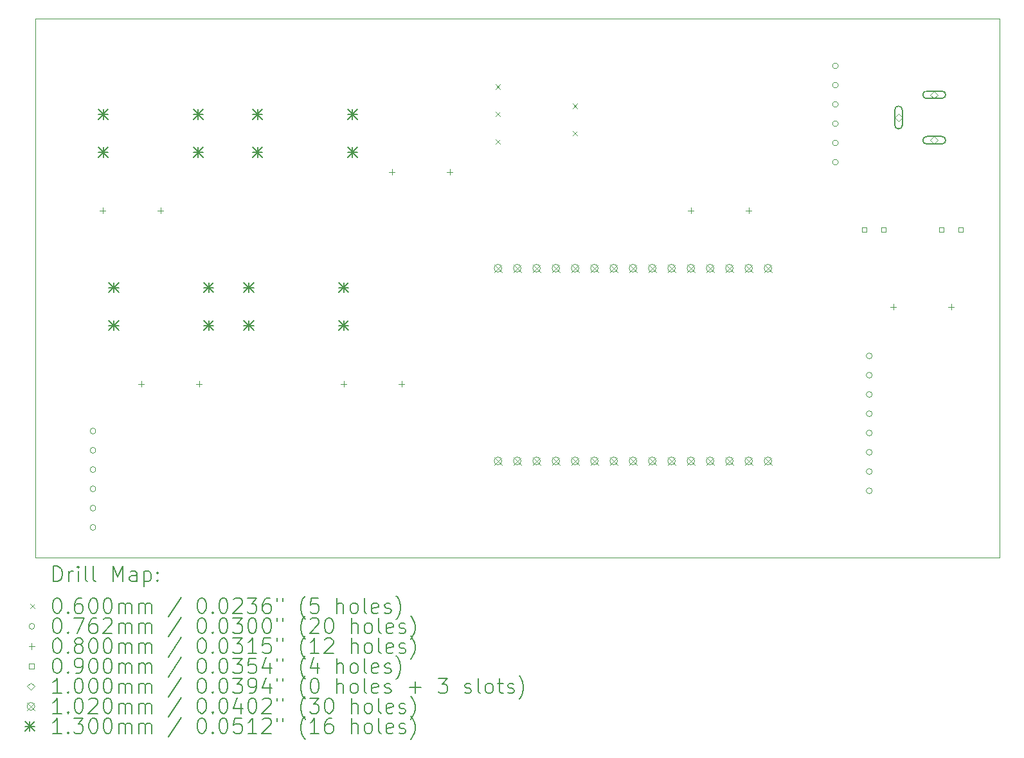
<source format=gbr>
%TF.GenerationSoftware,KiCad,Pcbnew,7.0.2*%
%TF.CreationDate,2023-06-14T14:54:56-05:00*%
%TF.ProjectId,ControlRemoto,436f6e74-726f-46c5-9265-6d6f746f2e6b,rev?*%
%TF.SameCoordinates,Original*%
%TF.FileFunction,Drillmap*%
%TF.FilePolarity,Positive*%
%FSLAX45Y45*%
G04 Gerber Fmt 4.5, Leading zero omitted, Abs format (unit mm)*
G04 Created by KiCad (PCBNEW 7.0.2) date 2023-06-14 14:54:56*
%MOMM*%
%LPD*%
G01*
G04 APERTURE LIST*
%ADD10C,0.100000*%
%ADD11C,0.200000*%
%ADD12C,0.060000*%
%ADD13C,0.076200*%
%ADD14C,0.080000*%
%ADD15C,0.090000*%
%ADD16C,0.102000*%
%ADD17C,0.130000*%
G04 APERTURE END LIST*
D10*
X4064000Y-2297200D02*
X16764000Y-2297200D01*
X16764000Y-9398000D01*
X4064000Y-9398000D01*
X4064000Y-2297200D01*
D11*
D12*
X10130000Y-3166000D02*
X10190000Y-3226000D01*
X10190000Y-3166000D02*
X10130000Y-3226000D01*
X10130000Y-3526000D02*
X10190000Y-3586000D01*
X10190000Y-3526000D02*
X10130000Y-3586000D01*
X10130000Y-3886000D02*
X10190000Y-3946000D01*
X10190000Y-3886000D02*
X10130000Y-3946000D01*
X11146000Y-3420000D02*
X11206000Y-3480000D01*
X11206000Y-3420000D02*
X11146000Y-3480000D01*
X11146000Y-3780000D02*
X11206000Y-3840000D01*
X11206000Y-3780000D02*
X11146000Y-3840000D01*
D13*
X4864100Y-7734300D02*
G75*
G03*
X4864100Y-7734300I-38100J0D01*
G01*
X4864100Y-7988300D02*
G75*
G03*
X4864100Y-7988300I-38100J0D01*
G01*
X4864100Y-8242300D02*
G75*
G03*
X4864100Y-8242300I-38100J0D01*
G01*
X4864100Y-8496300D02*
G75*
G03*
X4864100Y-8496300I-38100J0D01*
G01*
X4864100Y-8750300D02*
G75*
G03*
X4864100Y-8750300I-38100J0D01*
G01*
X4864100Y-9004300D02*
G75*
G03*
X4864100Y-9004300I-38100J0D01*
G01*
X14643100Y-2921000D02*
G75*
G03*
X14643100Y-2921000I-38100J0D01*
G01*
X14643100Y-3175000D02*
G75*
G03*
X14643100Y-3175000I-38100J0D01*
G01*
X14643100Y-3429000D02*
G75*
G03*
X14643100Y-3429000I-38100J0D01*
G01*
X14643100Y-3683000D02*
G75*
G03*
X14643100Y-3683000I-38100J0D01*
G01*
X14643100Y-3937000D02*
G75*
G03*
X14643100Y-3937000I-38100J0D01*
G01*
X14643100Y-4191000D02*
G75*
G03*
X14643100Y-4191000I-38100J0D01*
G01*
X15087600Y-6743700D02*
G75*
G03*
X15087600Y-6743700I-38100J0D01*
G01*
X15087600Y-6997700D02*
G75*
G03*
X15087600Y-6997700I-38100J0D01*
G01*
X15087600Y-7251700D02*
G75*
G03*
X15087600Y-7251700I-38100J0D01*
G01*
X15087600Y-7505700D02*
G75*
G03*
X15087600Y-7505700I-38100J0D01*
G01*
X15087600Y-7759700D02*
G75*
G03*
X15087600Y-7759700I-38100J0D01*
G01*
X15087600Y-8013700D02*
G75*
G03*
X15087600Y-8013700I-38100J0D01*
G01*
X15087600Y-8267700D02*
G75*
G03*
X15087600Y-8267700I-38100J0D01*
G01*
X15087600Y-8521700D02*
G75*
G03*
X15087600Y-8521700I-38100J0D01*
G01*
D14*
X4953000Y-4786000D02*
X4953000Y-4866000D01*
X4913000Y-4826000D02*
X4993000Y-4826000D01*
X5461000Y-7072000D02*
X5461000Y-7152000D01*
X5421000Y-7112000D02*
X5501000Y-7112000D01*
X5715000Y-4786000D02*
X5715000Y-4866000D01*
X5675000Y-4826000D02*
X5755000Y-4826000D01*
X6223000Y-7072000D02*
X6223000Y-7152000D01*
X6183000Y-7112000D02*
X6263000Y-7112000D01*
X8128000Y-7072000D02*
X8128000Y-7152000D01*
X8088000Y-7112000D02*
X8168000Y-7112000D01*
X8763000Y-4278000D02*
X8763000Y-4358000D01*
X8723000Y-4318000D02*
X8803000Y-4318000D01*
X8890000Y-7072000D02*
X8890000Y-7152000D01*
X8850000Y-7112000D02*
X8930000Y-7112000D01*
X9525000Y-4278000D02*
X9525000Y-4358000D01*
X9485000Y-4318000D02*
X9565000Y-4318000D01*
X12700000Y-4786000D02*
X12700000Y-4866000D01*
X12660000Y-4826000D02*
X12740000Y-4826000D01*
X13462000Y-4786000D02*
X13462000Y-4866000D01*
X13422000Y-4826000D02*
X13502000Y-4826000D01*
X15367000Y-6056000D02*
X15367000Y-6136000D01*
X15327000Y-6096000D02*
X15407000Y-6096000D01*
X16129000Y-6056000D02*
X16129000Y-6136000D01*
X16089000Y-6096000D02*
X16169000Y-6096000D01*
D15*
X15017820Y-5111820D02*
X15017820Y-5048180D01*
X14954180Y-5048180D01*
X14954180Y-5111820D01*
X15017820Y-5111820D01*
X15271820Y-5111820D02*
X15271820Y-5048180D01*
X15208180Y-5048180D01*
X15208180Y-5111820D01*
X15271820Y-5111820D01*
X16033820Y-5111820D02*
X16033820Y-5048180D01*
X15970180Y-5048180D01*
X15970180Y-5111820D01*
X16033820Y-5111820D01*
X16287820Y-5111820D02*
X16287820Y-5048180D01*
X16224180Y-5048180D01*
X16224180Y-5111820D01*
X16287820Y-5111820D01*
D10*
X15436250Y-3652000D02*
X15486250Y-3602000D01*
X15436250Y-3552000D01*
X15386250Y-3602000D01*
X15436250Y-3652000D01*
D11*
X15386250Y-3502000D02*
X15386250Y-3702000D01*
X15386250Y-3702000D02*
G75*
G03*
X15486250Y-3702000I50000J0D01*
G01*
X15486250Y-3702000D02*
X15486250Y-3502000D01*
X15486250Y-3502000D02*
G75*
G03*
X15386250Y-3502000I-50000J0D01*
G01*
D10*
X15906250Y-3352000D02*
X15956250Y-3302000D01*
X15906250Y-3252000D01*
X15856250Y-3302000D01*
X15906250Y-3352000D01*
D11*
X16006250Y-3252000D02*
X15806250Y-3252000D01*
X15806250Y-3252000D02*
G75*
G03*
X15806250Y-3352000I0J-50000D01*
G01*
X15806250Y-3352000D02*
X16006250Y-3352000D01*
X16006250Y-3352000D02*
G75*
G03*
X16006250Y-3252000I0J50000D01*
G01*
D10*
X15906250Y-3952000D02*
X15956250Y-3902000D01*
X15906250Y-3852000D01*
X15856250Y-3902000D01*
X15906250Y-3952000D01*
D11*
X16006250Y-3852000D02*
X15806250Y-3852000D01*
X15806250Y-3852000D02*
G75*
G03*
X15806250Y-3952000I0J-50000D01*
G01*
X15806250Y-3952000D02*
X16006250Y-3952000D01*
X16006250Y-3952000D02*
G75*
G03*
X16006250Y-3852000I0J50000D01*
G01*
D16*
X10109000Y-5537000D02*
X10211000Y-5639000D01*
X10211000Y-5537000D02*
X10109000Y-5639000D01*
X10211000Y-5588000D02*
G75*
G03*
X10211000Y-5588000I-51000J0D01*
G01*
X10109000Y-8077000D02*
X10211000Y-8179000D01*
X10211000Y-8077000D02*
X10109000Y-8179000D01*
X10211000Y-8128000D02*
G75*
G03*
X10211000Y-8128000I-51000J0D01*
G01*
X10363000Y-5537000D02*
X10465000Y-5639000D01*
X10465000Y-5537000D02*
X10363000Y-5639000D01*
X10465000Y-5588000D02*
G75*
G03*
X10465000Y-5588000I-51000J0D01*
G01*
X10363000Y-8077000D02*
X10465000Y-8179000D01*
X10465000Y-8077000D02*
X10363000Y-8179000D01*
X10465000Y-8128000D02*
G75*
G03*
X10465000Y-8128000I-51000J0D01*
G01*
X10617000Y-5537000D02*
X10719000Y-5639000D01*
X10719000Y-5537000D02*
X10617000Y-5639000D01*
X10719000Y-5588000D02*
G75*
G03*
X10719000Y-5588000I-51000J0D01*
G01*
X10617000Y-8077000D02*
X10719000Y-8179000D01*
X10719000Y-8077000D02*
X10617000Y-8179000D01*
X10719000Y-8128000D02*
G75*
G03*
X10719000Y-8128000I-51000J0D01*
G01*
X10871000Y-5537000D02*
X10973000Y-5639000D01*
X10973000Y-5537000D02*
X10871000Y-5639000D01*
X10973000Y-5588000D02*
G75*
G03*
X10973000Y-5588000I-51000J0D01*
G01*
X10871000Y-8077000D02*
X10973000Y-8179000D01*
X10973000Y-8077000D02*
X10871000Y-8179000D01*
X10973000Y-8128000D02*
G75*
G03*
X10973000Y-8128000I-51000J0D01*
G01*
X11125000Y-5537000D02*
X11227000Y-5639000D01*
X11227000Y-5537000D02*
X11125000Y-5639000D01*
X11227000Y-5588000D02*
G75*
G03*
X11227000Y-5588000I-51000J0D01*
G01*
X11125000Y-8077000D02*
X11227000Y-8179000D01*
X11227000Y-8077000D02*
X11125000Y-8179000D01*
X11227000Y-8128000D02*
G75*
G03*
X11227000Y-8128000I-51000J0D01*
G01*
X11379000Y-5537000D02*
X11481000Y-5639000D01*
X11481000Y-5537000D02*
X11379000Y-5639000D01*
X11481000Y-5588000D02*
G75*
G03*
X11481000Y-5588000I-51000J0D01*
G01*
X11379000Y-8077000D02*
X11481000Y-8179000D01*
X11481000Y-8077000D02*
X11379000Y-8179000D01*
X11481000Y-8128000D02*
G75*
G03*
X11481000Y-8128000I-51000J0D01*
G01*
X11633000Y-5537000D02*
X11735000Y-5639000D01*
X11735000Y-5537000D02*
X11633000Y-5639000D01*
X11735000Y-5588000D02*
G75*
G03*
X11735000Y-5588000I-51000J0D01*
G01*
X11633000Y-8077000D02*
X11735000Y-8179000D01*
X11735000Y-8077000D02*
X11633000Y-8179000D01*
X11735000Y-8128000D02*
G75*
G03*
X11735000Y-8128000I-51000J0D01*
G01*
X11887000Y-5537000D02*
X11989000Y-5639000D01*
X11989000Y-5537000D02*
X11887000Y-5639000D01*
X11989000Y-5588000D02*
G75*
G03*
X11989000Y-5588000I-51000J0D01*
G01*
X11887000Y-8077000D02*
X11989000Y-8179000D01*
X11989000Y-8077000D02*
X11887000Y-8179000D01*
X11989000Y-8128000D02*
G75*
G03*
X11989000Y-8128000I-51000J0D01*
G01*
X12141000Y-5537000D02*
X12243000Y-5639000D01*
X12243000Y-5537000D02*
X12141000Y-5639000D01*
X12243000Y-5588000D02*
G75*
G03*
X12243000Y-5588000I-51000J0D01*
G01*
X12141000Y-8077000D02*
X12243000Y-8179000D01*
X12243000Y-8077000D02*
X12141000Y-8179000D01*
X12243000Y-8128000D02*
G75*
G03*
X12243000Y-8128000I-51000J0D01*
G01*
X12395000Y-5537000D02*
X12497000Y-5639000D01*
X12497000Y-5537000D02*
X12395000Y-5639000D01*
X12497000Y-5588000D02*
G75*
G03*
X12497000Y-5588000I-51000J0D01*
G01*
X12395000Y-8077000D02*
X12497000Y-8179000D01*
X12497000Y-8077000D02*
X12395000Y-8179000D01*
X12497000Y-8128000D02*
G75*
G03*
X12497000Y-8128000I-51000J0D01*
G01*
X12649000Y-5537000D02*
X12751000Y-5639000D01*
X12751000Y-5537000D02*
X12649000Y-5639000D01*
X12751000Y-5588000D02*
G75*
G03*
X12751000Y-5588000I-51000J0D01*
G01*
X12649000Y-8077000D02*
X12751000Y-8179000D01*
X12751000Y-8077000D02*
X12649000Y-8179000D01*
X12751000Y-8128000D02*
G75*
G03*
X12751000Y-8128000I-51000J0D01*
G01*
X12903000Y-5537000D02*
X13005000Y-5639000D01*
X13005000Y-5537000D02*
X12903000Y-5639000D01*
X13005000Y-5588000D02*
G75*
G03*
X13005000Y-5588000I-51000J0D01*
G01*
X12903000Y-8077000D02*
X13005000Y-8179000D01*
X13005000Y-8077000D02*
X12903000Y-8179000D01*
X13005000Y-8128000D02*
G75*
G03*
X13005000Y-8128000I-51000J0D01*
G01*
X13157000Y-5537000D02*
X13259000Y-5639000D01*
X13259000Y-5537000D02*
X13157000Y-5639000D01*
X13259000Y-5588000D02*
G75*
G03*
X13259000Y-5588000I-51000J0D01*
G01*
X13157000Y-8077000D02*
X13259000Y-8179000D01*
X13259000Y-8077000D02*
X13157000Y-8179000D01*
X13259000Y-8128000D02*
G75*
G03*
X13259000Y-8128000I-51000J0D01*
G01*
X13411000Y-5537000D02*
X13513000Y-5639000D01*
X13513000Y-5537000D02*
X13411000Y-5639000D01*
X13513000Y-5588000D02*
G75*
G03*
X13513000Y-5588000I-51000J0D01*
G01*
X13411000Y-8077000D02*
X13513000Y-8179000D01*
X13513000Y-8077000D02*
X13411000Y-8179000D01*
X13513000Y-8128000D02*
G75*
G03*
X13513000Y-8128000I-51000J0D01*
G01*
X13665000Y-5537000D02*
X13767000Y-5639000D01*
X13767000Y-5537000D02*
X13665000Y-5639000D01*
X13767000Y-5588000D02*
G75*
G03*
X13767000Y-5588000I-51000J0D01*
G01*
X13665000Y-8077000D02*
X13767000Y-8179000D01*
X13767000Y-8077000D02*
X13665000Y-8179000D01*
X13767000Y-8128000D02*
G75*
G03*
X13767000Y-8128000I-51000J0D01*
G01*
D17*
X4897000Y-3495000D02*
X5027000Y-3625000D01*
X5027000Y-3495000D02*
X4897000Y-3625000D01*
X4962000Y-3495000D02*
X4962000Y-3625000D01*
X4897000Y-3560000D02*
X5027000Y-3560000D01*
X4897000Y-3995000D02*
X5027000Y-4125000D01*
X5027000Y-3995000D02*
X4897000Y-4125000D01*
X4962000Y-3995000D02*
X4962000Y-4125000D01*
X4897000Y-4060000D02*
X5027000Y-4060000D01*
X5035000Y-5777000D02*
X5165000Y-5907000D01*
X5165000Y-5777000D02*
X5035000Y-5907000D01*
X5100000Y-5777000D02*
X5100000Y-5907000D01*
X5035000Y-5842000D02*
X5165000Y-5842000D01*
X5035000Y-6277000D02*
X5165000Y-6407000D01*
X5165000Y-6277000D02*
X5035000Y-6407000D01*
X5100000Y-6277000D02*
X5100000Y-6407000D01*
X5035000Y-6342000D02*
X5165000Y-6342000D01*
X6147000Y-3495000D02*
X6277000Y-3625000D01*
X6277000Y-3495000D02*
X6147000Y-3625000D01*
X6212000Y-3495000D02*
X6212000Y-3625000D01*
X6147000Y-3560000D02*
X6277000Y-3560000D01*
X6147000Y-3995000D02*
X6277000Y-4125000D01*
X6277000Y-3995000D02*
X6147000Y-4125000D01*
X6212000Y-3995000D02*
X6212000Y-4125000D01*
X6147000Y-4060000D02*
X6277000Y-4060000D01*
X6285000Y-5777000D02*
X6415000Y-5907000D01*
X6415000Y-5777000D02*
X6285000Y-5907000D01*
X6350000Y-5777000D02*
X6350000Y-5907000D01*
X6285000Y-5842000D02*
X6415000Y-5842000D01*
X6285000Y-6277000D02*
X6415000Y-6407000D01*
X6415000Y-6277000D02*
X6285000Y-6407000D01*
X6350000Y-6277000D02*
X6350000Y-6407000D01*
X6285000Y-6342000D02*
X6415000Y-6342000D01*
X6813000Y-5777000D02*
X6943000Y-5907000D01*
X6943000Y-5777000D02*
X6813000Y-5907000D01*
X6878000Y-5777000D02*
X6878000Y-5907000D01*
X6813000Y-5842000D02*
X6943000Y-5842000D01*
X6813000Y-6277000D02*
X6943000Y-6407000D01*
X6943000Y-6277000D02*
X6813000Y-6407000D01*
X6878000Y-6277000D02*
X6878000Y-6407000D01*
X6813000Y-6342000D02*
X6943000Y-6342000D01*
X6929000Y-3495000D02*
X7059000Y-3625000D01*
X7059000Y-3495000D02*
X6929000Y-3625000D01*
X6994000Y-3495000D02*
X6994000Y-3625000D01*
X6929000Y-3560000D02*
X7059000Y-3560000D01*
X6929000Y-3995000D02*
X7059000Y-4125000D01*
X7059000Y-3995000D02*
X6929000Y-4125000D01*
X6994000Y-3995000D02*
X6994000Y-4125000D01*
X6929000Y-4060000D02*
X7059000Y-4060000D01*
X8063000Y-5777000D02*
X8193000Y-5907000D01*
X8193000Y-5777000D02*
X8063000Y-5907000D01*
X8128000Y-5777000D02*
X8128000Y-5907000D01*
X8063000Y-5842000D02*
X8193000Y-5842000D01*
X8063000Y-6277000D02*
X8193000Y-6407000D01*
X8193000Y-6277000D02*
X8063000Y-6407000D01*
X8128000Y-6277000D02*
X8128000Y-6407000D01*
X8063000Y-6342000D02*
X8193000Y-6342000D01*
X8179000Y-3495000D02*
X8309000Y-3625000D01*
X8309000Y-3495000D02*
X8179000Y-3625000D01*
X8244000Y-3495000D02*
X8244000Y-3625000D01*
X8179000Y-3560000D02*
X8309000Y-3560000D01*
X8179000Y-3995000D02*
X8309000Y-4125000D01*
X8309000Y-3995000D02*
X8179000Y-4125000D01*
X8244000Y-3995000D02*
X8244000Y-4125000D01*
X8179000Y-4060000D02*
X8309000Y-4060000D01*
D11*
X4306619Y-9715524D02*
X4306619Y-9515524D01*
X4306619Y-9515524D02*
X4354238Y-9515524D01*
X4354238Y-9515524D02*
X4382810Y-9525048D01*
X4382810Y-9525048D02*
X4401857Y-9544095D01*
X4401857Y-9544095D02*
X4411381Y-9563143D01*
X4411381Y-9563143D02*
X4420905Y-9601238D01*
X4420905Y-9601238D02*
X4420905Y-9629810D01*
X4420905Y-9629810D02*
X4411381Y-9667905D01*
X4411381Y-9667905D02*
X4401857Y-9686952D01*
X4401857Y-9686952D02*
X4382810Y-9706000D01*
X4382810Y-9706000D02*
X4354238Y-9715524D01*
X4354238Y-9715524D02*
X4306619Y-9715524D01*
X4506619Y-9715524D02*
X4506619Y-9582190D01*
X4506619Y-9620286D02*
X4516143Y-9601238D01*
X4516143Y-9601238D02*
X4525667Y-9591714D01*
X4525667Y-9591714D02*
X4544714Y-9582190D01*
X4544714Y-9582190D02*
X4563762Y-9582190D01*
X4630429Y-9715524D02*
X4630429Y-9582190D01*
X4630429Y-9515524D02*
X4620905Y-9525048D01*
X4620905Y-9525048D02*
X4630429Y-9534571D01*
X4630429Y-9534571D02*
X4639952Y-9525048D01*
X4639952Y-9525048D02*
X4630429Y-9515524D01*
X4630429Y-9515524D02*
X4630429Y-9534571D01*
X4754238Y-9715524D02*
X4735190Y-9706000D01*
X4735190Y-9706000D02*
X4725667Y-9686952D01*
X4725667Y-9686952D02*
X4725667Y-9515524D01*
X4859000Y-9715524D02*
X4839952Y-9706000D01*
X4839952Y-9706000D02*
X4830429Y-9686952D01*
X4830429Y-9686952D02*
X4830429Y-9515524D01*
X5087571Y-9715524D02*
X5087571Y-9515524D01*
X5087571Y-9515524D02*
X5154238Y-9658381D01*
X5154238Y-9658381D02*
X5220905Y-9515524D01*
X5220905Y-9515524D02*
X5220905Y-9715524D01*
X5401857Y-9715524D02*
X5401857Y-9610762D01*
X5401857Y-9610762D02*
X5392333Y-9591714D01*
X5392333Y-9591714D02*
X5373286Y-9582190D01*
X5373286Y-9582190D02*
X5335190Y-9582190D01*
X5335190Y-9582190D02*
X5316143Y-9591714D01*
X5401857Y-9706000D02*
X5382810Y-9715524D01*
X5382810Y-9715524D02*
X5335190Y-9715524D01*
X5335190Y-9715524D02*
X5316143Y-9706000D01*
X5316143Y-9706000D02*
X5306619Y-9686952D01*
X5306619Y-9686952D02*
X5306619Y-9667905D01*
X5306619Y-9667905D02*
X5316143Y-9648857D01*
X5316143Y-9648857D02*
X5335190Y-9639333D01*
X5335190Y-9639333D02*
X5382810Y-9639333D01*
X5382810Y-9639333D02*
X5401857Y-9629810D01*
X5497095Y-9582190D02*
X5497095Y-9782190D01*
X5497095Y-9591714D02*
X5516143Y-9582190D01*
X5516143Y-9582190D02*
X5554238Y-9582190D01*
X5554238Y-9582190D02*
X5573286Y-9591714D01*
X5573286Y-9591714D02*
X5582810Y-9601238D01*
X5582810Y-9601238D02*
X5592333Y-9620286D01*
X5592333Y-9620286D02*
X5592333Y-9677429D01*
X5592333Y-9677429D02*
X5582810Y-9696476D01*
X5582810Y-9696476D02*
X5573286Y-9706000D01*
X5573286Y-9706000D02*
X5554238Y-9715524D01*
X5554238Y-9715524D02*
X5516143Y-9715524D01*
X5516143Y-9715524D02*
X5497095Y-9706000D01*
X5678048Y-9696476D02*
X5687571Y-9706000D01*
X5687571Y-9706000D02*
X5678048Y-9715524D01*
X5678048Y-9715524D02*
X5668524Y-9706000D01*
X5668524Y-9706000D02*
X5678048Y-9696476D01*
X5678048Y-9696476D02*
X5678048Y-9715524D01*
X5678048Y-9591714D02*
X5687571Y-9601238D01*
X5687571Y-9601238D02*
X5678048Y-9610762D01*
X5678048Y-9610762D02*
X5668524Y-9601238D01*
X5668524Y-9601238D02*
X5678048Y-9591714D01*
X5678048Y-9591714D02*
X5678048Y-9610762D01*
D12*
X3999000Y-10013000D02*
X4059000Y-10073000D01*
X4059000Y-10013000D02*
X3999000Y-10073000D01*
D11*
X4344714Y-9935524D02*
X4363762Y-9935524D01*
X4363762Y-9935524D02*
X4382810Y-9945048D01*
X4382810Y-9945048D02*
X4392333Y-9954571D01*
X4392333Y-9954571D02*
X4401857Y-9973619D01*
X4401857Y-9973619D02*
X4411381Y-10011714D01*
X4411381Y-10011714D02*
X4411381Y-10059333D01*
X4411381Y-10059333D02*
X4401857Y-10097429D01*
X4401857Y-10097429D02*
X4392333Y-10116476D01*
X4392333Y-10116476D02*
X4382810Y-10126000D01*
X4382810Y-10126000D02*
X4363762Y-10135524D01*
X4363762Y-10135524D02*
X4344714Y-10135524D01*
X4344714Y-10135524D02*
X4325667Y-10126000D01*
X4325667Y-10126000D02*
X4316143Y-10116476D01*
X4316143Y-10116476D02*
X4306619Y-10097429D01*
X4306619Y-10097429D02*
X4297095Y-10059333D01*
X4297095Y-10059333D02*
X4297095Y-10011714D01*
X4297095Y-10011714D02*
X4306619Y-9973619D01*
X4306619Y-9973619D02*
X4316143Y-9954571D01*
X4316143Y-9954571D02*
X4325667Y-9945048D01*
X4325667Y-9945048D02*
X4344714Y-9935524D01*
X4497095Y-10116476D02*
X4506619Y-10126000D01*
X4506619Y-10126000D02*
X4497095Y-10135524D01*
X4497095Y-10135524D02*
X4487571Y-10126000D01*
X4487571Y-10126000D02*
X4497095Y-10116476D01*
X4497095Y-10116476D02*
X4497095Y-10135524D01*
X4678048Y-9935524D02*
X4639952Y-9935524D01*
X4639952Y-9935524D02*
X4620905Y-9945048D01*
X4620905Y-9945048D02*
X4611381Y-9954571D01*
X4611381Y-9954571D02*
X4592333Y-9983143D01*
X4592333Y-9983143D02*
X4582810Y-10021238D01*
X4582810Y-10021238D02*
X4582810Y-10097429D01*
X4582810Y-10097429D02*
X4592333Y-10116476D01*
X4592333Y-10116476D02*
X4601857Y-10126000D01*
X4601857Y-10126000D02*
X4620905Y-10135524D01*
X4620905Y-10135524D02*
X4659000Y-10135524D01*
X4659000Y-10135524D02*
X4678048Y-10126000D01*
X4678048Y-10126000D02*
X4687571Y-10116476D01*
X4687571Y-10116476D02*
X4697095Y-10097429D01*
X4697095Y-10097429D02*
X4697095Y-10049810D01*
X4697095Y-10049810D02*
X4687571Y-10030762D01*
X4687571Y-10030762D02*
X4678048Y-10021238D01*
X4678048Y-10021238D02*
X4659000Y-10011714D01*
X4659000Y-10011714D02*
X4620905Y-10011714D01*
X4620905Y-10011714D02*
X4601857Y-10021238D01*
X4601857Y-10021238D02*
X4592333Y-10030762D01*
X4592333Y-10030762D02*
X4582810Y-10049810D01*
X4820905Y-9935524D02*
X4839952Y-9935524D01*
X4839952Y-9935524D02*
X4859000Y-9945048D01*
X4859000Y-9945048D02*
X4868524Y-9954571D01*
X4868524Y-9954571D02*
X4878048Y-9973619D01*
X4878048Y-9973619D02*
X4887571Y-10011714D01*
X4887571Y-10011714D02*
X4887571Y-10059333D01*
X4887571Y-10059333D02*
X4878048Y-10097429D01*
X4878048Y-10097429D02*
X4868524Y-10116476D01*
X4868524Y-10116476D02*
X4859000Y-10126000D01*
X4859000Y-10126000D02*
X4839952Y-10135524D01*
X4839952Y-10135524D02*
X4820905Y-10135524D01*
X4820905Y-10135524D02*
X4801857Y-10126000D01*
X4801857Y-10126000D02*
X4792333Y-10116476D01*
X4792333Y-10116476D02*
X4782810Y-10097429D01*
X4782810Y-10097429D02*
X4773286Y-10059333D01*
X4773286Y-10059333D02*
X4773286Y-10011714D01*
X4773286Y-10011714D02*
X4782810Y-9973619D01*
X4782810Y-9973619D02*
X4792333Y-9954571D01*
X4792333Y-9954571D02*
X4801857Y-9945048D01*
X4801857Y-9945048D02*
X4820905Y-9935524D01*
X5011381Y-9935524D02*
X5030429Y-9935524D01*
X5030429Y-9935524D02*
X5049476Y-9945048D01*
X5049476Y-9945048D02*
X5059000Y-9954571D01*
X5059000Y-9954571D02*
X5068524Y-9973619D01*
X5068524Y-9973619D02*
X5078048Y-10011714D01*
X5078048Y-10011714D02*
X5078048Y-10059333D01*
X5078048Y-10059333D02*
X5068524Y-10097429D01*
X5068524Y-10097429D02*
X5059000Y-10116476D01*
X5059000Y-10116476D02*
X5049476Y-10126000D01*
X5049476Y-10126000D02*
X5030429Y-10135524D01*
X5030429Y-10135524D02*
X5011381Y-10135524D01*
X5011381Y-10135524D02*
X4992333Y-10126000D01*
X4992333Y-10126000D02*
X4982810Y-10116476D01*
X4982810Y-10116476D02*
X4973286Y-10097429D01*
X4973286Y-10097429D02*
X4963762Y-10059333D01*
X4963762Y-10059333D02*
X4963762Y-10011714D01*
X4963762Y-10011714D02*
X4973286Y-9973619D01*
X4973286Y-9973619D02*
X4982810Y-9954571D01*
X4982810Y-9954571D02*
X4992333Y-9945048D01*
X4992333Y-9945048D02*
X5011381Y-9935524D01*
X5163762Y-10135524D02*
X5163762Y-10002190D01*
X5163762Y-10021238D02*
X5173286Y-10011714D01*
X5173286Y-10011714D02*
X5192333Y-10002190D01*
X5192333Y-10002190D02*
X5220905Y-10002190D01*
X5220905Y-10002190D02*
X5239952Y-10011714D01*
X5239952Y-10011714D02*
X5249476Y-10030762D01*
X5249476Y-10030762D02*
X5249476Y-10135524D01*
X5249476Y-10030762D02*
X5259000Y-10011714D01*
X5259000Y-10011714D02*
X5278048Y-10002190D01*
X5278048Y-10002190D02*
X5306619Y-10002190D01*
X5306619Y-10002190D02*
X5325667Y-10011714D01*
X5325667Y-10011714D02*
X5335191Y-10030762D01*
X5335191Y-10030762D02*
X5335191Y-10135524D01*
X5430429Y-10135524D02*
X5430429Y-10002190D01*
X5430429Y-10021238D02*
X5439952Y-10011714D01*
X5439952Y-10011714D02*
X5459000Y-10002190D01*
X5459000Y-10002190D02*
X5487572Y-10002190D01*
X5487572Y-10002190D02*
X5506619Y-10011714D01*
X5506619Y-10011714D02*
X5516143Y-10030762D01*
X5516143Y-10030762D02*
X5516143Y-10135524D01*
X5516143Y-10030762D02*
X5525667Y-10011714D01*
X5525667Y-10011714D02*
X5544714Y-10002190D01*
X5544714Y-10002190D02*
X5573286Y-10002190D01*
X5573286Y-10002190D02*
X5592333Y-10011714D01*
X5592333Y-10011714D02*
X5601857Y-10030762D01*
X5601857Y-10030762D02*
X5601857Y-10135524D01*
X5992333Y-9926000D02*
X5820905Y-10183143D01*
X6249476Y-9935524D02*
X6268524Y-9935524D01*
X6268524Y-9935524D02*
X6287572Y-9945048D01*
X6287572Y-9945048D02*
X6297095Y-9954571D01*
X6297095Y-9954571D02*
X6306619Y-9973619D01*
X6306619Y-9973619D02*
X6316143Y-10011714D01*
X6316143Y-10011714D02*
X6316143Y-10059333D01*
X6316143Y-10059333D02*
X6306619Y-10097429D01*
X6306619Y-10097429D02*
X6297095Y-10116476D01*
X6297095Y-10116476D02*
X6287572Y-10126000D01*
X6287572Y-10126000D02*
X6268524Y-10135524D01*
X6268524Y-10135524D02*
X6249476Y-10135524D01*
X6249476Y-10135524D02*
X6230429Y-10126000D01*
X6230429Y-10126000D02*
X6220905Y-10116476D01*
X6220905Y-10116476D02*
X6211381Y-10097429D01*
X6211381Y-10097429D02*
X6201857Y-10059333D01*
X6201857Y-10059333D02*
X6201857Y-10011714D01*
X6201857Y-10011714D02*
X6211381Y-9973619D01*
X6211381Y-9973619D02*
X6220905Y-9954571D01*
X6220905Y-9954571D02*
X6230429Y-9945048D01*
X6230429Y-9945048D02*
X6249476Y-9935524D01*
X6401857Y-10116476D02*
X6411381Y-10126000D01*
X6411381Y-10126000D02*
X6401857Y-10135524D01*
X6401857Y-10135524D02*
X6392333Y-10126000D01*
X6392333Y-10126000D02*
X6401857Y-10116476D01*
X6401857Y-10116476D02*
X6401857Y-10135524D01*
X6535191Y-9935524D02*
X6554238Y-9935524D01*
X6554238Y-9935524D02*
X6573286Y-9945048D01*
X6573286Y-9945048D02*
X6582810Y-9954571D01*
X6582810Y-9954571D02*
X6592333Y-9973619D01*
X6592333Y-9973619D02*
X6601857Y-10011714D01*
X6601857Y-10011714D02*
X6601857Y-10059333D01*
X6601857Y-10059333D02*
X6592333Y-10097429D01*
X6592333Y-10097429D02*
X6582810Y-10116476D01*
X6582810Y-10116476D02*
X6573286Y-10126000D01*
X6573286Y-10126000D02*
X6554238Y-10135524D01*
X6554238Y-10135524D02*
X6535191Y-10135524D01*
X6535191Y-10135524D02*
X6516143Y-10126000D01*
X6516143Y-10126000D02*
X6506619Y-10116476D01*
X6506619Y-10116476D02*
X6497095Y-10097429D01*
X6497095Y-10097429D02*
X6487572Y-10059333D01*
X6487572Y-10059333D02*
X6487572Y-10011714D01*
X6487572Y-10011714D02*
X6497095Y-9973619D01*
X6497095Y-9973619D02*
X6506619Y-9954571D01*
X6506619Y-9954571D02*
X6516143Y-9945048D01*
X6516143Y-9945048D02*
X6535191Y-9935524D01*
X6678048Y-9954571D02*
X6687572Y-9945048D01*
X6687572Y-9945048D02*
X6706619Y-9935524D01*
X6706619Y-9935524D02*
X6754238Y-9935524D01*
X6754238Y-9935524D02*
X6773286Y-9945048D01*
X6773286Y-9945048D02*
X6782810Y-9954571D01*
X6782810Y-9954571D02*
X6792333Y-9973619D01*
X6792333Y-9973619D02*
X6792333Y-9992667D01*
X6792333Y-9992667D02*
X6782810Y-10021238D01*
X6782810Y-10021238D02*
X6668524Y-10135524D01*
X6668524Y-10135524D02*
X6792333Y-10135524D01*
X6859000Y-9935524D02*
X6982810Y-9935524D01*
X6982810Y-9935524D02*
X6916143Y-10011714D01*
X6916143Y-10011714D02*
X6944714Y-10011714D01*
X6944714Y-10011714D02*
X6963762Y-10021238D01*
X6963762Y-10021238D02*
X6973286Y-10030762D01*
X6973286Y-10030762D02*
X6982810Y-10049810D01*
X6982810Y-10049810D02*
X6982810Y-10097429D01*
X6982810Y-10097429D02*
X6973286Y-10116476D01*
X6973286Y-10116476D02*
X6963762Y-10126000D01*
X6963762Y-10126000D02*
X6944714Y-10135524D01*
X6944714Y-10135524D02*
X6887572Y-10135524D01*
X6887572Y-10135524D02*
X6868524Y-10126000D01*
X6868524Y-10126000D02*
X6859000Y-10116476D01*
X7154238Y-9935524D02*
X7116143Y-9935524D01*
X7116143Y-9935524D02*
X7097095Y-9945048D01*
X7097095Y-9945048D02*
X7087572Y-9954571D01*
X7087572Y-9954571D02*
X7068524Y-9983143D01*
X7068524Y-9983143D02*
X7059000Y-10021238D01*
X7059000Y-10021238D02*
X7059000Y-10097429D01*
X7059000Y-10097429D02*
X7068524Y-10116476D01*
X7068524Y-10116476D02*
X7078048Y-10126000D01*
X7078048Y-10126000D02*
X7097095Y-10135524D01*
X7097095Y-10135524D02*
X7135191Y-10135524D01*
X7135191Y-10135524D02*
X7154238Y-10126000D01*
X7154238Y-10126000D02*
X7163762Y-10116476D01*
X7163762Y-10116476D02*
X7173286Y-10097429D01*
X7173286Y-10097429D02*
X7173286Y-10049810D01*
X7173286Y-10049810D02*
X7163762Y-10030762D01*
X7163762Y-10030762D02*
X7154238Y-10021238D01*
X7154238Y-10021238D02*
X7135191Y-10011714D01*
X7135191Y-10011714D02*
X7097095Y-10011714D01*
X7097095Y-10011714D02*
X7078048Y-10021238D01*
X7078048Y-10021238D02*
X7068524Y-10030762D01*
X7068524Y-10030762D02*
X7059000Y-10049810D01*
X7249476Y-9935524D02*
X7249476Y-9973619D01*
X7325667Y-9935524D02*
X7325667Y-9973619D01*
X7620905Y-10211714D02*
X7611381Y-10202190D01*
X7611381Y-10202190D02*
X7592334Y-10173619D01*
X7592334Y-10173619D02*
X7582810Y-10154571D01*
X7582810Y-10154571D02*
X7573286Y-10126000D01*
X7573286Y-10126000D02*
X7563762Y-10078381D01*
X7563762Y-10078381D02*
X7563762Y-10040286D01*
X7563762Y-10040286D02*
X7573286Y-9992667D01*
X7573286Y-9992667D02*
X7582810Y-9964095D01*
X7582810Y-9964095D02*
X7592334Y-9945048D01*
X7592334Y-9945048D02*
X7611381Y-9916476D01*
X7611381Y-9916476D02*
X7620905Y-9906952D01*
X7792334Y-9935524D02*
X7697095Y-9935524D01*
X7697095Y-9935524D02*
X7687572Y-10030762D01*
X7687572Y-10030762D02*
X7697095Y-10021238D01*
X7697095Y-10021238D02*
X7716143Y-10011714D01*
X7716143Y-10011714D02*
X7763762Y-10011714D01*
X7763762Y-10011714D02*
X7782810Y-10021238D01*
X7782810Y-10021238D02*
X7792334Y-10030762D01*
X7792334Y-10030762D02*
X7801857Y-10049810D01*
X7801857Y-10049810D02*
X7801857Y-10097429D01*
X7801857Y-10097429D02*
X7792334Y-10116476D01*
X7792334Y-10116476D02*
X7782810Y-10126000D01*
X7782810Y-10126000D02*
X7763762Y-10135524D01*
X7763762Y-10135524D02*
X7716143Y-10135524D01*
X7716143Y-10135524D02*
X7697095Y-10126000D01*
X7697095Y-10126000D02*
X7687572Y-10116476D01*
X8039953Y-10135524D02*
X8039953Y-9935524D01*
X8125667Y-10135524D02*
X8125667Y-10030762D01*
X8125667Y-10030762D02*
X8116143Y-10011714D01*
X8116143Y-10011714D02*
X8097096Y-10002190D01*
X8097096Y-10002190D02*
X8068524Y-10002190D01*
X8068524Y-10002190D02*
X8049476Y-10011714D01*
X8049476Y-10011714D02*
X8039953Y-10021238D01*
X8249476Y-10135524D02*
X8230429Y-10126000D01*
X8230429Y-10126000D02*
X8220905Y-10116476D01*
X8220905Y-10116476D02*
X8211381Y-10097429D01*
X8211381Y-10097429D02*
X8211381Y-10040286D01*
X8211381Y-10040286D02*
X8220905Y-10021238D01*
X8220905Y-10021238D02*
X8230429Y-10011714D01*
X8230429Y-10011714D02*
X8249476Y-10002190D01*
X8249476Y-10002190D02*
X8278048Y-10002190D01*
X8278048Y-10002190D02*
X8297096Y-10011714D01*
X8297096Y-10011714D02*
X8306619Y-10021238D01*
X8306619Y-10021238D02*
X8316143Y-10040286D01*
X8316143Y-10040286D02*
X8316143Y-10097429D01*
X8316143Y-10097429D02*
X8306619Y-10116476D01*
X8306619Y-10116476D02*
X8297096Y-10126000D01*
X8297096Y-10126000D02*
X8278048Y-10135524D01*
X8278048Y-10135524D02*
X8249476Y-10135524D01*
X8430429Y-10135524D02*
X8411381Y-10126000D01*
X8411381Y-10126000D02*
X8401858Y-10106952D01*
X8401858Y-10106952D02*
X8401858Y-9935524D01*
X8582810Y-10126000D02*
X8563762Y-10135524D01*
X8563762Y-10135524D02*
X8525667Y-10135524D01*
X8525667Y-10135524D02*
X8506619Y-10126000D01*
X8506619Y-10126000D02*
X8497096Y-10106952D01*
X8497096Y-10106952D02*
X8497096Y-10030762D01*
X8497096Y-10030762D02*
X8506619Y-10011714D01*
X8506619Y-10011714D02*
X8525667Y-10002190D01*
X8525667Y-10002190D02*
X8563762Y-10002190D01*
X8563762Y-10002190D02*
X8582810Y-10011714D01*
X8582810Y-10011714D02*
X8592334Y-10030762D01*
X8592334Y-10030762D02*
X8592334Y-10049810D01*
X8592334Y-10049810D02*
X8497096Y-10068857D01*
X8668524Y-10126000D02*
X8687572Y-10135524D01*
X8687572Y-10135524D02*
X8725667Y-10135524D01*
X8725667Y-10135524D02*
X8744715Y-10126000D01*
X8744715Y-10126000D02*
X8754239Y-10106952D01*
X8754239Y-10106952D02*
X8754239Y-10097429D01*
X8754239Y-10097429D02*
X8744715Y-10078381D01*
X8744715Y-10078381D02*
X8725667Y-10068857D01*
X8725667Y-10068857D02*
X8697096Y-10068857D01*
X8697096Y-10068857D02*
X8678048Y-10059333D01*
X8678048Y-10059333D02*
X8668524Y-10040286D01*
X8668524Y-10040286D02*
X8668524Y-10030762D01*
X8668524Y-10030762D02*
X8678048Y-10011714D01*
X8678048Y-10011714D02*
X8697096Y-10002190D01*
X8697096Y-10002190D02*
X8725667Y-10002190D01*
X8725667Y-10002190D02*
X8744715Y-10011714D01*
X8820905Y-10211714D02*
X8830429Y-10202190D01*
X8830429Y-10202190D02*
X8849477Y-10173619D01*
X8849477Y-10173619D02*
X8859000Y-10154571D01*
X8859000Y-10154571D02*
X8868524Y-10126000D01*
X8868524Y-10126000D02*
X8878048Y-10078381D01*
X8878048Y-10078381D02*
X8878048Y-10040286D01*
X8878048Y-10040286D02*
X8868524Y-9992667D01*
X8868524Y-9992667D02*
X8859000Y-9964095D01*
X8859000Y-9964095D02*
X8849477Y-9945048D01*
X8849477Y-9945048D02*
X8830429Y-9916476D01*
X8830429Y-9916476D02*
X8820905Y-9906952D01*
D13*
X4059000Y-10307000D02*
G75*
G03*
X4059000Y-10307000I-38100J0D01*
G01*
D11*
X4344714Y-10199524D02*
X4363762Y-10199524D01*
X4363762Y-10199524D02*
X4382810Y-10209048D01*
X4382810Y-10209048D02*
X4392333Y-10218571D01*
X4392333Y-10218571D02*
X4401857Y-10237619D01*
X4401857Y-10237619D02*
X4411381Y-10275714D01*
X4411381Y-10275714D02*
X4411381Y-10323333D01*
X4411381Y-10323333D02*
X4401857Y-10361429D01*
X4401857Y-10361429D02*
X4392333Y-10380476D01*
X4392333Y-10380476D02*
X4382810Y-10390000D01*
X4382810Y-10390000D02*
X4363762Y-10399524D01*
X4363762Y-10399524D02*
X4344714Y-10399524D01*
X4344714Y-10399524D02*
X4325667Y-10390000D01*
X4325667Y-10390000D02*
X4316143Y-10380476D01*
X4316143Y-10380476D02*
X4306619Y-10361429D01*
X4306619Y-10361429D02*
X4297095Y-10323333D01*
X4297095Y-10323333D02*
X4297095Y-10275714D01*
X4297095Y-10275714D02*
X4306619Y-10237619D01*
X4306619Y-10237619D02*
X4316143Y-10218571D01*
X4316143Y-10218571D02*
X4325667Y-10209048D01*
X4325667Y-10209048D02*
X4344714Y-10199524D01*
X4497095Y-10380476D02*
X4506619Y-10390000D01*
X4506619Y-10390000D02*
X4497095Y-10399524D01*
X4497095Y-10399524D02*
X4487571Y-10390000D01*
X4487571Y-10390000D02*
X4497095Y-10380476D01*
X4497095Y-10380476D02*
X4497095Y-10399524D01*
X4573286Y-10199524D02*
X4706619Y-10199524D01*
X4706619Y-10199524D02*
X4620905Y-10399524D01*
X4868524Y-10199524D02*
X4830429Y-10199524D01*
X4830429Y-10199524D02*
X4811381Y-10209048D01*
X4811381Y-10209048D02*
X4801857Y-10218571D01*
X4801857Y-10218571D02*
X4782810Y-10247143D01*
X4782810Y-10247143D02*
X4773286Y-10285238D01*
X4773286Y-10285238D02*
X4773286Y-10361429D01*
X4773286Y-10361429D02*
X4782810Y-10380476D01*
X4782810Y-10380476D02*
X4792333Y-10390000D01*
X4792333Y-10390000D02*
X4811381Y-10399524D01*
X4811381Y-10399524D02*
X4849476Y-10399524D01*
X4849476Y-10399524D02*
X4868524Y-10390000D01*
X4868524Y-10390000D02*
X4878048Y-10380476D01*
X4878048Y-10380476D02*
X4887571Y-10361429D01*
X4887571Y-10361429D02*
X4887571Y-10313810D01*
X4887571Y-10313810D02*
X4878048Y-10294762D01*
X4878048Y-10294762D02*
X4868524Y-10285238D01*
X4868524Y-10285238D02*
X4849476Y-10275714D01*
X4849476Y-10275714D02*
X4811381Y-10275714D01*
X4811381Y-10275714D02*
X4792333Y-10285238D01*
X4792333Y-10285238D02*
X4782810Y-10294762D01*
X4782810Y-10294762D02*
X4773286Y-10313810D01*
X4963762Y-10218571D02*
X4973286Y-10209048D01*
X4973286Y-10209048D02*
X4992333Y-10199524D01*
X4992333Y-10199524D02*
X5039952Y-10199524D01*
X5039952Y-10199524D02*
X5059000Y-10209048D01*
X5059000Y-10209048D02*
X5068524Y-10218571D01*
X5068524Y-10218571D02*
X5078048Y-10237619D01*
X5078048Y-10237619D02*
X5078048Y-10256667D01*
X5078048Y-10256667D02*
X5068524Y-10285238D01*
X5068524Y-10285238D02*
X4954238Y-10399524D01*
X4954238Y-10399524D02*
X5078048Y-10399524D01*
X5163762Y-10399524D02*
X5163762Y-10266190D01*
X5163762Y-10285238D02*
X5173286Y-10275714D01*
X5173286Y-10275714D02*
X5192333Y-10266190D01*
X5192333Y-10266190D02*
X5220905Y-10266190D01*
X5220905Y-10266190D02*
X5239952Y-10275714D01*
X5239952Y-10275714D02*
X5249476Y-10294762D01*
X5249476Y-10294762D02*
X5249476Y-10399524D01*
X5249476Y-10294762D02*
X5259000Y-10275714D01*
X5259000Y-10275714D02*
X5278048Y-10266190D01*
X5278048Y-10266190D02*
X5306619Y-10266190D01*
X5306619Y-10266190D02*
X5325667Y-10275714D01*
X5325667Y-10275714D02*
X5335191Y-10294762D01*
X5335191Y-10294762D02*
X5335191Y-10399524D01*
X5430429Y-10399524D02*
X5430429Y-10266190D01*
X5430429Y-10285238D02*
X5439952Y-10275714D01*
X5439952Y-10275714D02*
X5459000Y-10266190D01*
X5459000Y-10266190D02*
X5487572Y-10266190D01*
X5487572Y-10266190D02*
X5506619Y-10275714D01*
X5506619Y-10275714D02*
X5516143Y-10294762D01*
X5516143Y-10294762D02*
X5516143Y-10399524D01*
X5516143Y-10294762D02*
X5525667Y-10275714D01*
X5525667Y-10275714D02*
X5544714Y-10266190D01*
X5544714Y-10266190D02*
X5573286Y-10266190D01*
X5573286Y-10266190D02*
X5592333Y-10275714D01*
X5592333Y-10275714D02*
X5601857Y-10294762D01*
X5601857Y-10294762D02*
X5601857Y-10399524D01*
X5992333Y-10190000D02*
X5820905Y-10447143D01*
X6249476Y-10199524D02*
X6268524Y-10199524D01*
X6268524Y-10199524D02*
X6287572Y-10209048D01*
X6287572Y-10209048D02*
X6297095Y-10218571D01*
X6297095Y-10218571D02*
X6306619Y-10237619D01*
X6306619Y-10237619D02*
X6316143Y-10275714D01*
X6316143Y-10275714D02*
X6316143Y-10323333D01*
X6316143Y-10323333D02*
X6306619Y-10361429D01*
X6306619Y-10361429D02*
X6297095Y-10380476D01*
X6297095Y-10380476D02*
X6287572Y-10390000D01*
X6287572Y-10390000D02*
X6268524Y-10399524D01*
X6268524Y-10399524D02*
X6249476Y-10399524D01*
X6249476Y-10399524D02*
X6230429Y-10390000D01*
X6230429Y-10390000D02*
X6220905Y-10380476D01*
X6220905Y-10380476D02*
X6211381Y-10361429D01*
X6211381Y-10361429D02*
X6201857Y-10323333D01*
X6201857Y-10323333D02*
X6201857Y-10275714D01*
X6201857Y-10275714D02*
X6211381Y-10237619D01*
X6211381Y-10237619D02*
X6220905Y-10218571D01*
X6220905Y-10218571D02*
X6230429Y-10209048D01*
X6230429Y-10209048D02*
X6249476Y-10199524D01*
X6401857Y-10380476D02*
X6411381Y-10390000D01*
X6411381Y-10390000D02*
X6401857Y-10399524D01*
X6401857Y-10399524D02*
X6392333Y-10390000D01*
X6392333Y-10390000D02*
X6401857Y-10380476D01*
X6401857Y-10380476D02*
X6401857Y-10399524D01*
X6535191Y-10199524D02*
X6554238Y-10199524D01*
X6554238Y-10199524D02*
X6573286Y-10209048D01*
X6573286Y-10209048D02*
X6582810Y-10218571D01*
X6582810Y-10218571D02*
X6592333Y-10237619D01*
X6592333Y-10237619D02*
X6601857Y-10275714D01*
X6601857Y-10275714D02*
X6601857Y-10323333D01*
X6601857Y-10323333D02*
X6592333Y-10361429D01*
X6592333Y-10361429D02*
X6582810Y-10380476D01*
X6582810Y-10380476D02*
X6573286Y-10390000D01*
X6573286Y-10390000D02*
X6554238Y-10399524D01*
X6554238Y-10399524D02*
X6535191Y-10399524D01*
X6535191Y-10399524D02*
X6516143Y-10390000D01*
X6516143Y-10390000D02*
X6506619Y-10380476D01*
X6506619Y-10380476D02*
X6497095Y-10361429D01*
X6497095Y-10361429D02*
X6487572Y-10323333D01*
X6487572Y-10323333D02*
X6487572Y-10275714D01*
X6487572Y-10275714D02*
X6497095Y-10237619D01*
X6497095Y-10237619D02*
X6506619Y-10218571D01*
X6506619Y-10218571D02*
X6516143Y-10209048D01*
X6516143Y-10209048D02*
X6535191Y-10199524D01*
X6668524Y-10199524D02*
X6792333Y-10199524D01*
X6792333Y-10199524D02*
X6725667Y-10275714D01*
X6725667Y-10275714D02*
X6754238Y-10275714D01*
X6754238Y-10275714D02*
X6773286Y-10285238D01*
X6773286Y-10285238D02*
X6782810Y-10294762D01*
X6782810Y-10294762D02*
X6792333Y-10313810D01*
X6792333Y-10313810D02*
X6792333Y-10361429D01*
X6792333Y-10361429D02*
X6782810Y-10380476D01*
X6782810Y-10380476D02*
X6773286Y-10390000D01*
X6773286Y-10390000D02*
X6754238Y-10399524D01*
X6754238Y-10399524D02*
X6697095Y-10399524D01*
X6697095Y-10399524D02*
X6678048Y-10390000D01*
X6678048Y-10390000D02*
X6668524Y-10380476D01*
X6916143Y-10199524D02*
X6935191Y-10199524D01*
X6935191Y-10199524D02*
X6954238Y-10209048D01*
X6954238Y-10209048D02*
X6963762Y-10218571D01*
X6963762Y-10218571D02*
X6973286Y-10237619D01*
X6973286Y-10237619D02*
X6982810Y-10275714D01*
X6982810Y-10275714D02*
X6982810Y-10323333D01*
X6982810Y-10323333D02*
X6973286Y-10361429D01*
X6973286Y-10361429D02*
X6963762Y-10380476D01*
X6963762Y-10380476D02*
X6954238Y-10390000D01*
X6954238Y-10390000D02*
X6935191Y-10399524D01*
X6935191Y-10399524D02*
X6916143Y-10399524D01*
X6916143Y-10399524D02*
X6897095Y-10390000D01*
X6897095Y-10390000D02*
X6887572Y-10380476D01*
X6887572Y-10380476D02*
X6878048Y-10361429D01*
X6878048Y-10361429D02*
X6868524Y-10323333D01*
X6868524Y-10323333D02*
X6868524Y-10275714D01*
X6868524Y-10275714D02*
X6878048Y-10237619D01*
X6878048Y-10237619D02*
X6887572Y-10218571D01*
X6887572Y-10218571D02*
X6897095Y-10209048D01*
X6897095Y-10209048D02*
X6916143Y-10199524D01*
X7106619Y-10199524D02*
X7125667Y-10199524D01*
X7125667Y-10199524D02*
X7144714Y-10209048D01*
X7144714Y-10209048D02*
X7154238Y-10218571D01*
X7154238Y-10218571D02*
X7163762Y-10237619D01*
X7163762Y-10237619D02*
X7173286Y-10275714D01*
X7173286Y-10275714D02*
X7173286Y-10323333D01*
X7173286Y-10323333D02*
X7163762Y-10361429D01*
X7163762Y-10361429D02*
X7154238Y-10380476D01*
X7154238Y-10380476D02*
X7144714Y-10390000D01*
X7144714Y-10390000D02*
X7125667Y-10399524D01*
X7125667Y-10399524D02*
X7106619Y-10399524D01*
X7106619Y-10399524D02*
X7087572Y-10390000D01*
X7087572Y-10390000D02*
X7078048Y-10380476D01*
X7078048Y-10380476D02*
X7068524Y-10361429D01*
X7068524Y-10361429D02*
X7059000Y-10323333D01*
X7059000Y-10323333D02*
X7059000Y-10275714D01*
X7059000Y-10275714D02*
X7068524Y-10237619D01*
X7068524Y-10237619D02*
X7078048Y-10218571D01*
X7078048Y-10218571D02*
X7087572Y-10209048D01*
X7087572Y-10209048D02*
X7106619Y-10199524D01*
X7249476Y-10199524D02*
X7249476Y-10237619D01*
X7325667Y-10199524D02*
X7325667Y-10237619D01*
X7620905Y-10475714D02*
X7611381Y-10466190D01*
X7611381Y-10466190D02*
X7592334Y-10437619D01*
X7592334Y-10437619D02*
X7582810Y-10418571D01*
X7582810Y-10418571D02*
X7573286Y-10390000D01*
X7573286Y-10390000D02*
X7563762Y-10342381D01*
X7563762Y-10342381D02*
X7563762Y-10304286D01*
X7563762Y-10304286D02*
X7573286Y-10256667D01*
X7573286Y-10256667D02*
X7582810Y-10228095D01*
X7582810Y-10228095D02*
X7592334Y-10209048D01*
X7592334Y-10209048D02*
X7611381Y-10180476D01*
X7611381Y-10180476D02*
X7620905Y-10170952D01*
X7687572Y-10218571D02*
X7697095Y-10209048D01*
X7697095Y-10209048D02*
X7716143Y-10199524D01*
X7716143Y-10199524D02*
X7763762Y-10199524D01*
X7763762Y-10199524D02*
X7782810Y-10209048D01*
X7782810Y-10209048D02*
X7792334Y-10218571D01*
X7792334Y-10218571D02*
X7801857Y-10237619D01*
X7801857Y-10237619D02*
X7801857Y-10256667D01*
X7801857Y-10256667D02*
X7792334Y-10285238D01*
X7792334Y-10285238D02*
X7678048Y-10399524D01*
X7678048Y-10399524D02*
X7801857Y-10399524D01*
X7925667Y-10199524D02*
X7944715Y-10199524D01*
X7944715Y-10199524D02*
X7963762Y-10209048D01*
X7963762Y-10209048D02*
X7973286Y-10218571D01*
X7973286Y-10218571D02*
X7982810Y-10237619D01*
X7982810Y-10237619D02*
X7992334Y-10275714D01*
X7992334Y-10275714D02*
X7992334Y-10323333D01*
X7992334Y-10323333D02*
X7982810Y-10361429D01*
X7982810Y-10361429D02*
X7973286Y-10380476D01*
X7973286Y-10380476D02*
X7963762Y-10390000D01*
X7963762Y-10390000D02*
X7944715Y-10399524D01*
X7944715Y-10399524D02*
X7925667Y-10399524D01*
X7925667Y-10399524D02*
X7906619Y-10390000D01*
X7906619Y-10390000D02*
X7897095Y-10380476D01*
X7897095Y-10380476D02*
X7887572Y-10361429D01*
X7887572Y-10361429D02*
X7878048Y-10323333D01*
X7878048Y-10323333D02*
X7878048Y-10275714D01*
X7878048Y-10275714D02*
X7887572Y-10237619D01*
X7887572Y-10237619D02*
X7897095Y-10218571D01*
X7897095Y-10218571D02*
X7906619Y-10209048D01*
X7906619Y-10209048D02*
X7925667Y-10199524D01*
X8230429Y-10399524D02*
X8230429Y-10199524D01*
X8316143Y-10399524D02*
X8316143Y-10294762D01*
X8316143Y-10294762D02*
X8306619Y-10275714D01*
X8306619Y-10275714D02*
X8287572Y-10266190D01*
X8287572Y-10266190D02*
X8259000Y-10266190D01*
X8259000Y-10266190D02*
X8239953Y-10275714D01*
X8239953Y-10275714D02*
X8230429Y-10285238D01*
X8439953Y-10399524D02*
X8420905Y-10390000D01*
X8420905Y-10390000D02*
X8411381Y-10380476D01*
X8411381Y-10380476D02*
X8401858Y-10361429D01*
X8401858Y-10361429D02*
X8401858Y-10304286D01*
X8401858Y-10304286D02*
X8411381Y-10285238D01*
X8411381Y-10285238D02*
X8420905Y-10275714D01*
X8420905Y-10275714D02*
X8439953Y-10266190D01*
X8439953Y-10266190D02*
X8468524Y-10266190D01*
X8468524Y-10266190D02*
X8487572Y-10275714D01*
X8487572Y-10275714D02*
X8497096Y-10285238D01*
X8497096Y-10285238D02*
X8506619Y-10304286D01*
X8506619Y-10304286D02*
X8506619Y-10361429D01*
X8506619Y-10361429D02*
X8497096Y-10380476D01*
X8497096Y-10380476D02*
X8487572Y-10390000D01*
X8487572Y-10390000D02*
X8468524Y-10399524D01*
X8468524Y-10399524D02*
X8439953Y-10399524D01*
X8620905Y-10399524D02*
X8601858Y-10390000D01*
X8601858Y-10390000D02*
X8592334Y-10370952D01*
X8592334Y-10370952D02*
X8592334Y-10199524D01*
X8773286Y-10390000D02*
X8754239Y-10399524D01*
X8754239Y-10399524D02*
X8716143Y-10399524D01*
X8716143Y-10399524D02*
X8697096Y-10390000D01*
X8697096Y-10390000D02*
X8687572Y-10370952D01*
X8687572Y-10370952D02*
X8687572Y-10294762D01*
X8687572Y-10294762D02*
X8697096Y-10275714D01*
X8697096Y-10275714D02*
X8716143Y-10266190D01*
X8716143Y-10266190D02*
X8754239Y-10266190D01*
X8754239Y-10266190D02*
X8773286Y-10275714D01*
X8773286Y-10275714D02*
X8782810Y-10294762D01*
X8782810Y-10294762D02*
X8782810Y-10313810D01*
X8782810Y-10313810D02*
X8687572Y-10332857D01*
X8859000Y-10390000D02*
X8878048Y-10399524D01*
X8878048Y-10399524D02*
X8916143Y-10399524D01*
X8916143Y-10399524D02*
X8935191Y-10390000D01*
X8935191Y-10390000D02*
X8944715Y-10370952D01*
X8944715Y-10370952D02*
X8944715Y-10361429D01*
X8944715Y-10361429D02*
X8935191Y-10342381D01*
X8935191Y-10342381D02*
X8916143Y-10332857D01*
X8916143Y-10332857D02*
X8887572Y-10332857D01*
X8887572Y-10332857D02*
X8868524Y-10323333D01*
X8868524Y-10323333D02*
X8859000Y-10304286D01*
X8859000Y-10304286D02*
X8859000Y-10294762D01*
X8859000Y-10294762D02*
X8868524Y-10275714D01*
X8868524Y-10275714D02*
X8887572Y-10266190D01*
X8887572Y-10266190D02*
X8916143Y-10266190D01*
X8916143Y-10266190D02*
X8935191Y-10275714D01*
X9011381Y-10475714D02*
X9020905Y-10466190D01*
X9020905Y-10466190D02*
X9039953Y-10437619D01*
X9039953Y-10437619D02*
X9049477Y-10418571D01*
X9049477Y-10418571D02*
X9059000Y-10390000D01*
X9059000Y-10390000D02*
X9068524Y-10342381D01*
X9068524Y-10342381D02*
X9068524Y-10304286D01*
X9068524Y-10304286D02*
X9059000Y-10256667D01*
X9059000Y-10256667D02*
X9049477Y-10228095D01*
X9049477Y-10228095D02*
X9039953Y-10209048D01*
X9039953Y-10209048D02*
X9020905Y-10180476D01*
X9020905Y-10180476D02*
X9011381Y-10170952D01*
D14*
X4019000Y-10531000D02*
X4019000Y-10611000D01*
X3979000Y-10571000D02*
X4059000Y-10571000D01*
D11*
X4344714Y-10463524D02*
X4363762Y-10463524D01*
X4363762Y-10463524D02*
X4382810Y-10473048D01*
X4382810Y-10473048D02*
X4392333Y-10482571D01*
X4392333Y-10482571D02*
X4401857Y-10501619D01*
X4401857Y-10501619D02*
X4411381Y-10539714D01*
X4411381Y-10539714D02*
X4411381Y-10587333D01*
X4411381Y-10587333D02*
X4401857Y-10625429D01*
X4401857Y-10625429D02*
X4392333Y-10644476D01*
X4392333Y-10644476D02*
X4382810Y-10654000D01*
X4382810Y-10654000D02*
X4363762Y-10663524D01*
X4363762Y-10663524D02*
X4344714Y-10663524D01*
X4344714Y-10663524D02*
X4325667Y-10654000D01*
X4325667Y-10654000D02*
X4316143Y-10644476D01*
X4316143Y-10644476D02*
X4306619Y-10625429D01*
X4306619Y-10625429D02*
X4297095Y-10587333D01*
X4297095Y-10587333D02*
X4297095Y-10539714D01*
X4297095Y-10539714D02*
X4306619Y-10501619D01*
X4306619Y-10501619D02*
X4316143Y-10482571D01*
X4316143Y-10482571D02*
X4325667Y-10473048D01*
X4325667Y-10473048D02*
X4344714Y-10463524D01*
X4497095Y-10644476D02*
X4506619Y-10654000D01*
X4506619Y-10654000D02*
X4497095Y-10663524D01*
X4497095Y-10663524D02*
X4487571Y-10654000D01*
X4487571Y-10654000D02*
X4497095Y-10644476D01*
X4497095Y-10644476D02*
X4497095Y-10663524D01*
X4620905Y-10549238D02*
X4601857Y-10539714D01*
X4601857Y-10539714D02*
X4592333Y-10530190D01*
X4592333Y-10530190D02*
X4582810Y-10511143D01*
X4582810Y-10511143D02*
X4582810Y-10501619D01*
X4582810Y-10501619D02*
X4592333Y-10482571D01*
X4592333Y-10482571D02*
X4601857Y-10473048D01*
X4601857Y-10473048D02*
X4620905Y-10463524D01*
X4620905Y-10463524D02*
X4659000Y-10463524D01*
X4659000Y-10463524D02*
X4678048Y-10473048D01*
X4678048Y-10473048D02*
X4687571Y-10482571D01*
X4687571Y-10482571D02*
X4697095Y-10501619D01*
X4697095Y-10501619D02*
X4697095Y-10511143D01*
X4697095Y-10511143D02*
X4687571Y-10530190D01*
X4687571Y-10530190D02*
X4678048Y-10539714D01*
X4678048Y-10539714D02*
X4659000Y-10549238D01*
X4659000Y-10549238D02*
X4620905Y-10549238D01*
X4620905Y-10549238D02*
X4601857Y-10558762D01*
X4601857Y-10558762D02*
X4592333Y-10568286D01*
X4592333Y-10568286D02*
X4582810Y-10587333D01*
X4582810Y-10587333D02*
X4582810Y-10625429D01*
X4582810Y-10625429D02*
X4592333Y-10644476D01*
X4592333Y-10644476D02*
X4601857Y-10654000D01*
X4601857Y-10654000D02*
X4620905Y-10663524D01*
X4620905Y-10663524D02*
X4659000Y-10663524D01*
X4659000Y-10663524D02*
X4678048Y-10654000D01*
X4678048Y-10654000D02*
X4687571Y-10644476D01*
X4687571Y-10644476D02*
X4697095Y-10625429D01*
X4697095Y-10625429D02*
X4697095Y-10587333D01*
X4697095Y-10587333D02*
X4687571Y-10568286D01*
X4687571Y-10568286D02*
X4678048Y-10558762D01*
X4678048Y-10558762D02*
X4659000Y-10549238D01*
X4820905Y-10463524D02*
X4839952Y-10463524D01*
X4839952Y-10463524D02*
X4859000Y-10473048D01*
X4859000Y-10473048D02*
X4868524Y-10482571D01*
X4868524Y-10482571D02*
X4878048Y-10501619D01*
X4878048Y-10501619D02*
X4887571Y-10539714D01*
X4887571Y-10539714D02*
X4887571Y-10587333D01*
X4887571Y-10587333D02*
X4878048Y-10625429D01*
X4878048Y-10625429D02*
X4868524Y-10644476D01*
X4868524Y-10644476D02*
X4859000Y-10654000D01*
X4859000Y-10654000D02*
X4839952Y-10663524D01*
X4839952Y-10663524D02*
X4820905Y-10663524D01*
X4820905Y-10663524D02*
X4801857Y-10654000D01*
X4801857Y-10654000D02*
X4792333Y-10644476D01*
X4792333Y-10644476D02*
X4782810Y-10625429D01*
X4782810Y-10625429D02*
X4773286Y-10587333D01*
X4773286Y-10587333D02*
X4773286Y-10539714D01*
X4773286Y-10539714D02*
X4782810Y-10501619D01*
X4782810Y-10501619D02*
X4792333Y-10482571D01*
X4792333Y-10482571D02*
X4801857Y-10473048D01*
X4801857Y-10473048D02*
X4820905Y-10463524D01*
X5011381Y-10463524D02*
X5030429Y-10463524D01*
X5030429Y-10463524D02*
X5049476Y-10473048D01*
X5049476Y-10473048D02*
X5059000Y-10482571D01*
X5059000Y-10482571D02*
X5068524Y-10501619D01*
X5068524Y-10501619D02*
X5078048Y-10539714D01*
X5078048Y-10539714D02*
X5078048Y-10587333D01*
X5078048Y-10587333D02*
X5068524Y-10625429D01*
X5068524Y-10625429D02*
X5059000Y-10644476D01*
X5059000Y-10644476D02*
X5049476Y-10654000D01*
X5049476Y-10654000D02*
X5030429Y-10663524D01*
X5030429Y-10663524D02*
X5011381Y-10663524D01*
X5011381Y-10663524D02*
X4992333Y-10654000D01*
X4992333Y-10654000D02*
X4982810Y-10644476D01*
X4982810Y-10644476D02*
X4973286Y-10625429D01*
X4973286Y-10625429D02*
X4963762Y-10587333D01*
X4963762Y-10587333D02*
X4963762Y-10539714D01*
X4963762Y-10539714D02*
X4973286Y-10501619D01*
X4973286Y-10501619D02*
X4982810Y-10482571D01*
X4982810Y-10482571D02*
X4992333Y-10473048D01*
X4992333Y-10473048D02*
X5011381Y-10463524D01*
X5163762Y-10663524D02*
X5163762Y-10530190D01*
X5163762Y-10549238D02*
X5173286Y-10539714D01*
X5173286Y-10539714D02*
X5192333Y-10530190D01*
X5192333Y-10530190D02*
X5220905Y-10530190D01*
X5220905Y-10530190D02*
X5239952Y-10539714D01*
X5239952Y-10539714D02*
X5249476Y-10558762D01*
X5249476Y-10558762D02*
X5249476Y-10663524D01*
X5249476Y-10558762D02*
X5259000Y-10539714D01*
X5259000Y-10539714D02*
X5278048Y-10530190D01*
X5278048Y-10530190D02*
X5306619Y-10530190D01*
X5306619Y-10530190D02*
X5325667Y-10539714D01*
X5325667Y-10539714D02*
X5335191Y-10558762D01*
X5335191Y-10558762D02*
X5335191Y-10663524D01*
X5430429Y-10663524D02*
X5430429Y-10530190D01*
X5430429Y-10549238D02*
X5439952Y-10539714D01*
X5439952Y-10539714D02*
X5459000Y-10530190D01*
X5459000Y-10530190D02*
X5487572Y-10530190D01*
X5487572Y-10530190D02*
X5506619Y-10539714D01*
X5506619Y-10539714D02*
X5516143Y-10558762D01*
X5516143Y-10558762D02*
X5516143Y-10663524D01*
X5516143Y-10558762D02*
X5525667Y-10539714D01*
X5525667Y-10539714D02*
X5544714Y-10530190D01*
X5544714Y-10530190D02*
X5573286Y-10530190D01*
X5573286Y-10530190D02*
X5592333Y-10539714D01*
X5592333Y-10539714D02*
X5601857Y-10558762D01*
X5601857Y-10558762D02*
X5601857Y-10663524D01*
X5992333Y-10454000D02*
X5820905Y-10711143D01*
X6249476Y-10463524D02*
X6268524Y-10463524D01*
X6268524Y-10463524D02*
X6287572Y-10473048D01*
X6287572Y-10473048D02*
X6297095Y-10482571D01*
X6297095Y-10482571D02*
X6306619Y-10501619D01*
X6306619Y-10501619D02*
X6316143Y-10539714D01*
X6316143Y-10539714D02*
X6316143Y-10587333D01*
X6316143Y-10587333D02*
X6306619Y-10625429D01*
X6306619Y-10625429D02*
X6297095Y-10644476D01*
X6297095Y-10644476D02*
X6287572Y-10654000D01*
X6287572Y-10654000D02*
X6268524Y-10663524D01*
X6268524Y-10663524D02*
X6249476Y-10663524D01*
X6249476Y-10663524D02*
X6230429Y-10654000D01*
X6230429Y-10654000D02*
X6220905Y-10644476D01*
X6220905Y-10644476D02*
X6211381Y-10625429D01*
X6211381Y-10625429D02*
X6201857Y-10587333D01*
X6201857Y-10587333D02*
X6201857Y-10539714D01*
X6201857Y-10539714D02*
X6211381Y-10501619D01*
X6211381Y-10501619D02*
X6220905Y-10482571D01*
X6220905Y-10482571D02*
X6230429Y-10473048D01*
X6230429Y-10473048D02*
X6249476Y-10463524D01*
X6401857Y-10644476D02*
X6411381Y-10654000D01*
X6411381Y-10654000D02*
X6401857Y-10663524D01*
X6401857Y-10663524D02*
X6392333Y-10654000D01*
X6392333Y-10654000D02*
X6401857Y-10644476D01*
X6401857Y-10644476D02*
X6401857Y-10663524D01*
X6535191Y-10463524D02*
X6554238Y-10463524D01*
X6554238Y-10463524D02*
X6573286Y-10473048D01*
X6573286Y-10473048D02*
X6582810Y-10482571D01*
X6582810Y-10482571D02*
X6592333Y-10501619D01*
X6592333Y-10501619D02*
X6601857Y-10539714D01*
X6601857Y-10539714D02*
X6601857Y-10587333D01*
X6601857Y-10587333D02*
X6592333Y-10625429D01*
X6592333Y-10625429D02*
X6582810Y-10644476D01*
X6582810Y-10644476D02*
X6573286Y-10654000D01*
X6573286Y-10654000D02*
X6554238Y-10663524D01*
X6554238Y-10663524D02*
X6535191Y-10663524D01*
X6535191Y-10663524D02*
X6516143Y-10654000D01*
X6516143Y-10654000D02*
X6506619Y-10644476D01*
X6506619Y-10644476D02*
X6497095Y-10625429D01*
X6497095Y-10625429D02*
X6487572Y-10587333D01*
X6487572Y-10587333D02*
X6487572Y-10539714D01*
X6487572Y-10539714D02*
X6497095Y-10501619D01*
X6497095Y-10501619D02*
X6506619Y-10482571D01*
X6506619Y-10482571D02*
X6516143Y-10473048D01*
X6516143Y-10473048D02*
X6535191Y-10463524D01*
X6668524Y-10463524D02*
X6792333Y-10463524D01*
X6792333Y-10463524D02*
X6725667Y-10539714D01*
X6725667Y-10539714D02*
X6754238Y-10539714D01*
X6754238Y-10539714D02*
X6773286Y-10549238D01*
X6773286Y-10549238D02*
X6782810Y-10558762D01*
X6782810Y-10558762D02*
X6792333Y-10577810D01*
X6792333Y-10577810D02*
X6792333Y-10625429D01*
X6792333Y-10625429D02*
X6782810Y-10644476D01*
X6782810Y-10644476D02*
X6773286Y-10654000D01*
X6773286Y-10654000D02*
X6754238Y-10663524D01*
X6754238Y-10663524D02*
X6697095Y-10663524D01*
X6697095Y-10663524D02*
X6678048Y-10654000D01*
X6678048Y-10654000D02*
X6668524Y-10644476D01*
X6982810Y-10663524D02*
X6868524Y-10663524D01*
X6925667Y-10663524D02*
X6925667Y-10463524D01*
X6925667Y-10463524D02*
X6906619Y-10492095D01*
X6906619Y-10492095D02*
X6887572Y-10511143D01*
X6887572Y-10511143D02*
X6868524Y-10520667D01*
X7163762Y-10463524D02*
X7068524Y-10463524D01*
X7068524Y-10463524D02*
X7059000Y-10558762D01*
X7059000Y-10558762D02*
X7068524Y-10549238D01*
X7068524Y-10549238D02*
X7087572Y-10539714D01*
X7087572Y-10539714D02*
X7135191Y-10539714D01*
X7135191Y-10539714D02*
X7154238Y-10549238D01*
X7154238Y-10549238D02*
X7163762Y-10558762D01*
X7163762Y-10558762D02*
X7173286Y-10577810D01*
X7173286Y-10577810D02*
X7173286Y-10625429D01*
X7173286Y-10625429D02*
X7163762Y-10644476D01*
X7163762Y-10644476D02*
X7154238Y-10654000D01*
X7154238Y-10654000D02*
X7135191Y-10663524D01*
X7135191Y-10663524D02*
X7087572Y-10663524D01*
X7087572Y-10663524D02*
X7068524Y-10654000D01*
X7068524Y-10654000D02*
X7059000Y-10644476D01*
X7249476Y-10463524D02*
X7249476Y-10501619D01*
X7325667Y-10463524D02*
X7325667Y-10501619D01*
X7620905Y-10739714D02*
X7611381Y-10730190D01*
X7611381Y-10730190D02*
X7592334Y-10701619D01*
X7592334Y-10701619D02*
X7582810Y-10682571D01*
X7582810Y-10682571D02*
X7573286Y-10654000D01*
X7573286Y-10654000D02*
X7563762Y-10606381D01*
X7563762Y-10606381D02*
X7563762Y-10568286D01*
X7563762Y-10568286D02*
X7573286Y-10520667D01*
X7573286Y-10520667D02*
X7582810Y-10492095D01*
X7582810Y-10492095D02*
X7592334Y-10473048D01*
X7592334Y-10473048D02*
X7611381Y-10444476D01*
X7611381Y-10444476D02*
X7620905Y-10434952D01*
X7801857Y-10663524D02*
X7687572Y-10663524D01*
X7744714Y-10663524D02*
X7744714Y-10463524D01*
X7744714Y-10463524D02*
X7725667Y-10492095D01*
X7725667Y-10492095D02*
X7706619Y-10511143D01*
X7706619Y-10511143D02*
X7687572Y-10520667D01*
X7878048Y-10482571D02*
X7887572Y-10473048D01*
X7887572Y-10473048D02*
X7906619Y-10463524D01*
X7906619Y-10463524D02*
X7954238Y-10463524D01*
X7954238Y-10463524D02*
X7973286Y-10473048D01*
X7973286Y-10473048D02*
X7982810Y-10482571D01*
X7982810Y-10482571D02*
X7992334Y-10501619D01*
X7992334Y-10501619D02*
X7992334Y-10520667D01*
X7992334Y-10520667D02*
X7982810Y-10549238D01*
X7982810Y-10549238D02*
X7868524Y-10663524D01*
X7868524Y-10663524D02*
X7992334Y-10663524D01*
X8230429Y-10663524D02*
X8230429Y-10463524D01*
X8316143Y-10663524D02*
X8316143Y-10558762D01*
X8316143Y-10558762D02*
X8306619Y-10539714D01*
X8306619Y-10539714D02*
X8287572Y-10530190D01*
X8287572Y-10530190D02*
X8259000Y-10530190D01*
X8259000Y-10530190D02*
X8239953Y-10539714D01*
X8239953Y-10539714D02*
X8230429Y-10549238D01*
X8439953Y-10663524D02*
X8420905Y-10654000D01*
X8420905Y-10654000D02*
X8411381Y-10644476D01*
X8411381Y-10644476D02*
X8401858Y-10625429D01*
X8401858Y-10625429D02*
X8401858Y-10568286D01*
X8401858Y-10568286D02*
X8411381Y-10549238D01*
X8411381Y-10549238D02*
X8420905Y-10539714D01*
X8420905Y-10539714D02*
X8439953Y-10530190D01*
X8439953Y-10530190D02*
X8468524Y-10530190D01*
X8468524Y-10530190D02*
X8487572Y-10539714D01*
X8487572Y-10539714D02*
X8497096Y-10549238D01*
X8497096Y-10549238D02*
X8506619Y-10568286D01*
X8506619Y-10568286D02*
X8506619Y-10625429D01*
X8506619Y-10625429D02*
X8497096Y-10644476D01*
X8497096Y-10644476D02*
X8487572Y-10654000D01*
X8487572Y-10654000D02*
X8468524Y-10663524D01*
X8468524Y-10663524D02*
X8439953Y-10663524D01*
X8620905Y-10663524D02*
X8601858Y-10654000D01*
X8601858Y-10654000D02*
X8592334Y-10634952D01*
X8592334Y-10634952D02*
X8592334Y-10463524D01*
X8773286Y-10654000D02*
X8754239Y-10663524D01*
X8754239Y-10663524D02*
X8716143Y-10663524D01*
X8716143Y-10663524D02*
X8697096Y-10654000D01*
X8697096Y-10654000D02*
X8687572Y-10634952D01*
X8687572Y-10634952D02*
X8687572Y-10558762D01*
X8687572Y-10558762D02*
X8697096Y-10539714D01*
X8697096Y-10539714D02*
X8716143Y-10530190D01*
X8716143Y-10530190D02*
X8754239Y-10530190D01*
X8754239Y-10530190D02*
X8773286Y-10539714D01*
X8773286Y-10539714D02*
X8782810Y-10558762D01*
X8782810Y-10558762D02*
X8782810Y-10577810D01*
X8782810Y-10577810D02*
X8687572Y-10596857D01*
X8859000Y-10654000D02*
X8878048Y-10663524D01*
X8878048Y-10663524D02*
X8916143Y-10663524D01*
X8916143Y-10663524D02*
X8935191Y-10654000D01*
X8935191Y-10654000D02*
X8944715Y-10634952D01*
X8944715Y-10634952D02*
X8944715Y-10625429D01*
X8944715Y-10625429D02*
X8935191Y-10606381D01*
X8935191Y-10606381D02*
X8916143Y-10596857D01*
X8916143Y-10596857D02*
X8887572Y-10596857D01*
X8887572Y-10596857D02*
X8868524Y-10587333D01*
X8868524Y-10587333D02*
X8859000Y-10568286D01*
X8859000Y-10568286D02*
X8859000Y-10558762D01*
X8859000Y-10558762D02*
X8868524Y-10539714D01*
X8868524Y-10539714D02*
X8887572Y-10530190D01*
X8887572Y-10530190D02*
X8916143Y-10530190D01*
X8916143Y-10530190D02*
X8935191Y-10539714D01*
X9011381Y-10739714D02*
X9020905Y-10730190D01*
X9020905Y-10730190D02*
X9039953Y-10701619D01*
X9039953Y-10701619D02*
X9049477Y-10682571D01*
X9049477Y-10682571D02*
X9059000Y-10654000D01*
X9059000Y-10654000D02*
X9068524Y-10606381D01*
X9068524Y-10606381D02*
X9068524Y-10568286D01*
X9068524Y-10568286D02*
X9059000Y-10520667D01*
X9059000Y-10520667D02*
X9049477Y-10492095D01*
X9049477Y-10492095D02*
X9039953Y-10473048D01*
X9039953Y-10473048D02*
X9020905Y-10444476D01*
X9020905Y-10444476D02*
X9011381Y-10434952D01*
D15*
X4045820Y-10866820D02*
X4045820Y-10803180D01*
X3982180Y-10803180D01*
X3982180Y-10866820D01*
X4045820Y-10866820D01*
D11*
X4344714Y-10727524D02*
X4363762Y-10727524D01*
X4363762Y-10727524D02*
X4382810Y-10737048D01*
X4382810Y-10737048D02*
X4392333Y-10746571D01*
X4392333Y-10746571D02*
X4401857Y-10765619D01*
X4401857Y-10765619D02*
X4411381Y-10803714D01*
X4411381Y-10803714D02*
X4411381Y-10851333D01*
X4411381Y-10851333D02*
X4401857Y-10889429D01*
X4401857Y-10889429D02*
X4392333Y-10908476D01*
X4392333Y-10908476D02*
X4382810Y-10918000D01*
X4382810Y-10918000D02*
X4363762Y-10927524D01*
X4363762Y-10927524D02*
X4344714Y-10927524D01*
X4344714Y-10927524D02*
X4325667Y-10918000D01*
X4325667Y-10918000D02*
X4316143Y-10908476D01*
X4316143Y-10908476D02*
X4306619Y-10889429D01*
X4306619Y-10889429D02*
X4297095Y-10851333D01*
X4297095Y-10851333D02*
X4297095Y-10803714D01*
X4297095Y-10803714D02*
X4306619Y-10765619D01*
X4306619Y-10765619D02*
X4316143Y-10746571D01*
X4316143Y-10746571D02*
X4325667Y-10737048D01*
X4325667Y-10737048D02*
X4344714Y-10727524D01*
X4497095Y-10908476D02*
X4506619Y-10918000D01*
X4506619Y-10918000D02*
X4497095Y-10927524D01*
X4497095Y-10927524D02*
X4487571Y-10918000D01*
X4487571Y-10918000D02*
X4497095Y-10908476D01*
X4497095Y-10908476D02*
X4497095Y-10927524D01*
X4601857Y-10927524D02*
X4639952Y-10927524D01*
X4639952Y-10927524D02*
X4659000Y-10918000D01*
X4659000Y-10918000D02*
X4668524Y-10908476D01*
X4668524Y-10908476D02*
X4687571Y-10879905D01*
X4687571Y-10879905D02*
X4697095Y-10841810D01*
X4697095Y-10841810D02*
X4697095Y-10765619D01*
X4697095Y-10765619D02*
X4687571Y-10746571D01*
X4687571Y-10746571D02*
X4678048Y-10737048D01*
X4678048Y-10737048D02*
X4659000Y-10727524D01*
X4659000Y-10727524D02*
X4620905Y-10727524D01*
X4620905Y-10727524D02*
X4601857Y-10737048D01*
X4601857Y-10737048D02*
X4592333Y-10746571D01*
X4592333Y-10746571D02*
X4582810Y-10765619D01*
X4582810Y-10765619D02*
X4582810Y-10813238D01*
X4582810Y-10813238D02*
X4592333Y-10832286D01*
X4592333Y-10832286D02*
X4601857Y-10841810D01*
X4601857Y-10841810D02*
X4620905Y-10851333D01*
X4620905Y-10851333D02*
X4659000Y-10851333D01*
X4659000Y-10851333D02*
X4678048Y-10841810D01*
X4678048Y-10841810D02*
X4687571Y-10832286D01*
X4687571Y-10832286D02*
X4697095Y-10813238D01*
X4820905Y-10727524D02*
X4839952Y-10727524D01*
X4839952Y-10727524D02*
X4859000Y-10737048D01*
X4859000Y-10737048D02*
X4868524Y-10746571D01*
X4868524Y-10746571D02*
X4878048Y-10765619D01*
X4878048Y-10765619D02*
X4887571Y-10803714D01*
X4887571Y-10803714D02*
X4887571Y-10851333D01*
X4887571Y-10851333D02*
X4878048Y-10889429D01*
X4878048Y-10889429D02*
X4868524Y-10908476D01*
X4868524Y-10908476D02*
X4859000Y-10918000D01*
X4859000Y-10918000D02*
X4839952Y-10927524D01*
X4839952Y-10927524D02*
X4820905Y-10927524D01*
X4820905Y-10927524D02*
X4801857Y-10918000D01*
X4801857Y-10918000D02*
X4792333Y-10908476D01*
X4792333Y-10908476D02*
X4782810Y-10889429D01*
X4782810Y-10889429D02*
X4773286Y-10851333D01*
X4773286Y-10851333D02*
X4773286Y-10803714D01*
X4773286Y-10803714D02*
X4782810Y-10765619D01*
X4782810Y-10765619D02*
X4792333Y-10746571D01*
X4792333Y-10746571D02*
X4801857Y-10737048D01*
X4801857Y-10737048D02*
X4820905Y-10727524D01*
X5011381Y-10727524D02*
X5030429Y-10727524D01*
X5030429Y-10727524D02*
X5049476Y-10737048D01*
X5049476Y-10737048D02*
X5059000Y-10746571D01*
X5059000Y-10746571D02*
X5068524Y-10765619D01*
X5068524Y-10765619D02*
X5078048Y-10803714D01*
X5078048Y-10803714D02*
X5078048Y-10851333D01*
X5078048Y-10851333D02*
X5068524Y-10889429D01*
X5068524Y-10889429D02*
X5059000Y-10908476D01*
X5059000Y-10908476D02*
X5049476Y-10918000D01*
X5049476Y-10918000D02*
X5030429Y-10927524D01*
X5030429Y-10927524D02*
X5011381Y-10927524D01*
X5011381Y-10927524D02*
X4992333Y-10918000D01*
X4992333Y-10918000D02*
X4982810Y-10908476D01*
X4982810Y-10908476D02*
X4973286Y-10889429D01*
X4973286Y-10889429D02*
X4963762Y-10851333D01*
X4963762Y-10851333D02*
X4963762Y-10803714D01*
X4963762Y-10803714D02*
X4973286Y-10765619D01*
X4973286Y-10765619D02*
X4982810Y-10746571D01*
X4982810Y-10746571D02*
X4992333Y-10737048D01*
X4992333Y-10737048D02*
X5011381Y-10727524D01*
X5163762Y-10927524D02*
X5163762Y-10794190D01*
X5163762Y-10813238D02*
X5173286Y-10803714D01*
X5173286Y-10803714D02*
X5192333Y-10794190D01*
X5192333Y-10794190D02*
X5220905Y-10794190D01*
X5220905Y-10794190D02*
X5239952Y-10803714D01*
X5239952Y-10803714D02*
X5249476Y-10822762D01*
X5249476Y-10822762D02*
X5249476Y-10927524D01*
X5249476Y-10822762D02*
X5259000Y-10803714D01*
X5259000Y-10803714D02*
X5278048Y-10794190D01*
X5278048Y-10794190D02*
X5306619Y-10794190D01*
X5306619Y-10794190D02*
X5325667Y-10803714D01*
X5325667Y-10803714D02*
X5335191Y-10822762D01*
X5335191Y-10822762D02*
X5335191Y-10927524D01*
X5430429Y-10927524D02*
X5430429Y-10794190D01*
X5430429Y-10813238D02*
X5439952Y-10803714D01*
X5439952Y-10803714D02*
X5459000Y-10794190D01*
X5459000Y-10794190D02*
X5487572Y-10794190D01*
X5487572Y-10794190D02*
X5506619Y-10803714D01*
X5506619Y-10803714D02*
X5516143Y-10822762D01*
X5516143Y-10822762D02*
X5516143Y-10927524D01*
X5516143Y-10822762D02*
X5525667Y-10803714D01*
X5525667Y-10803714D02*
X5544714Y-10794190D01*
X5544714Y-10794190D02*
X5573286Y-10794190D01*
X5573286Y-10794190D02*
X5592333Y-10803714D01*
X5592333Y-10803714D02*
X5601857Y-10822762D01*
X5601857Y-10822762D02*
X5601857Y-10927524D01*
X5992333Y-10718000D02*
X5820905Y-10975143D01*
X6249476Y-10727524D02*
X6268524Y-10727524D01*
X6268524Y-10727524D02*
X6287572Y-10737048D01*
X6287572Y-10737048D02*
X6297095Y-10746571D01*
X6297095Y-10746571D02*
X6306619Y-10765619D01*
X6306619Y-10765619D02*
X6316143Y-10803714D01*
X6316143Y-10803714D02*
X6316143Y-10851333D01*
X6316143Y-10851333D02*
X6306619Y-10889429D01*
X6306619Y-10889429D02*
X6297095Y-10908476D01*
X6297095Y-10908476D02*
X6287572Y-10918000D01*
X6287572Y-10918000D02*
X6268524Y-10927524D01*
X6268524Y-10927524D02*
X6249476Y-10927524D01*
X6249476Y-10927524D02*
X6230429Y-10918000D01*
X6230429Y-10918000D02*
X6220905Y-10908476D01*
X6220905Y-10908476D02*
X6211381Y-10889429D01*
X6211381Y-10889429D02*
X6201857Y-10851333D01*
X6201857Y-10851333D02*
X6201857Y-10803714D01*
X6201857Y-10803714D02*
X6211381Y-10765619D01*
X6211381Y-10765619D02*
X6220905Y-10746571D01*
X6220905Y-10746571D02*
X6230429Y-10737048D01*
X6230429Y-10737048D02*
X6249476Y-10727524D01*
X6401857Y-10908476D02*
X6411381Y-10918000D01*
X6411381Y-10918000D02*
X6401857Y-10927524D01*
X6401857Y-10927524D02*
X6392333Y-10918000D01*
X6392333Y-10918000D02*
X6401857Y-10908476D01*
X6401857Y-10908476D02*
X6401857Y-10927524D01*
X6535191Y-10727524D02*
X6554238Y-10727524D01*
X6554238Y-10727524D02*
X6573286Y-10737048D01*
X6573286Y-10737048D02*
X6582810Y-10746571D01*
X6582810Y-10746571D02*
X6592333Y-10765619D01*
X6592333Y-10765619D02*
X6601857Y-10803714D01*
X6601857Y-10803714D02*
X6601857Y-10851333D01*
X6601857Y-10851333D02*
X6592333Y-10889429D01*
X6592333Y-10889429D02*
X6582810Y-10908476D01*
X6582810Y-10908476D02*
X6573286Y-10918000D01*
X6573286Y-10918000D02*
X6554238Y-10927524D01*
X6554238Y-10927524D02*
X6535191Y-10927524D01*
X6535191Y-10927524D02*
X6516143Y-10918000D01*
X6516143Y-10918000D02*
X6506619Y-10908476D01*
X6506619Y-10908476D02*
X6497095Y-10889429D01*
X6497095Y-10889429D02*
X6487572Y-10851333D01*
X6487572Y-10851333D02*
X6487572Y-10803714D01*
X6487572Y-10803714D02*
X6497095Y-10765619D01*
X6497095Y-10765619D02*
X6506619Y-10746571D01*
X6506619Y-10746571D02*
X6516143Y-10737048D01*
X6516143Y-10737048D02*
X6535191Y-10727524D01*
X6668524Y-10727524D02*
X6792333Y-10727524D01*
X6792333Y-10727524D02*
X6725667Y-10803714D01*
X6725667Y-10803714D02*
X6754238Y-10803714D01*
X6754238Y-10803714D02*
X6773286Y-10813238D01*
X6773286Y-10813238D02*
X6782810Y-10822762D01*
X6782810Y-10822762D02*
X6792333Y-10841810D01*
X6792333Y-10841810D02*
X6792333Y-10889429D01*
X6792333Y-10889429D02*
X6782810Y-10908476D01*
X6782810Y-10908476D02*
X6773286Y-10918000D01*
X6773286Y-10918000D02*
X6754238Y-10927524D01*
X6754238Y-10927524D02*
X6697095Y-10927524D01*
X6697095Y-10927524D02*
X6678048Y-10918000D01*
X6678048Y-10918000D02*
X6668524Y-10908476D01*
X6973286Y-10727524D02*
X6878048Y-10727524D01*
X6878048Y-10727524D02*
X6868524Y-10822762D01*
X6868524Y-10822762D02*
X6878048Y-10813238D01*
X6878048Y-10813238D02*
X6897095Y-10803714D01*
X6897095Y-10803714D02*
X6944714Y-10803714D01*
X6944714Y-10803714D02*
X6963762Y-10813238D01*
X6963762Y-10813238D02*
X6973286Y-10822762D01*
X6973286Y-10822762D02*
X6982810Y-10841810D01*
X6982810Y-10841810D02*
X6982810Y-10889429D01*
X6982810Y-10889429D02*
X6973286Y-10908476D01*
X6973286Y-10908476D02*
X6963762Y-10918000D01*
X6963762Y-10918000D02*
X6944714Y-10927524D01*
X6944714Y-10927524D02*
X6897095Y-10927524D01*
X6897095Y-10927524D02*
X6878048Y-10918000D01*
X6878048Y-10918000D02*
X6868524Y-10908476D01*
X7154238Y-10794190D02*
X7154238Y-10927524D01*
X7106619Y-10718000D02*
X7059000Y-10860857D01*
X7059000Y-10860857D02*
X7182810Y-10860857D01*
X7249476Y-10727524D02*
X7249476Y-10765619D01*
X7325667Y-10727524D02*
X7325667Y-10765619D01*
X7620905Y-11003714D02*
X7611381Y-10994190D01*
X7611381Y-10994190D02*
X7592334Y-10965619D01*
X7592334Y-10965619D02*
X7582810Y-10946571D01*
X7582810Y-10946571D02*
X7573286Y-10918000D01*
X7573286Y-10918000D02*
X7563762Y-10870381D01*
X7563762Y-10870381D02*
X7563762Y-10832286D01*
X7563762Y-10832286D02*
X7573286Y-10784667D01*
X7573286Y-10784667D02*
X7582810Y-10756095D01*
X7582810Y-10756095D02*
X7592334Y-10737048D01*
X7592334Y-10737048D02*
X7611381Y-10708476D01*
X7611381Y-10708476D02*
X7620905Y-10698952D01*
X7782810Y-10794190D02*
X7782810Y-10927524D01*
X7735191Y-10718000D02*
X7687572Y-10860857D01*
X7687572Y-10860857D02*
X7811381Y-10860857D01*
X8039953Y-10927524D02*
X8039953Y-10727524D01*
X8125667Y-10927524D02*
X8125667Y-10822762D01*
X8125667Y-10822762D02*
X8116143Y-10803714D01*
X8116143Y-10803714D02*
X8097096Y-10794190D01*
X8097096Y-10794190D02*
X8068524Y-10794190D01*
X8068524Y-10794190D02*
X8049476Y-10803714D01*
X8049476Y-10803714D02*
X8039953Y-10813238D01*
X8249476Y-10927524D02*
X8230429Y-10918000D01*
X8230429Y-10918000D02*
X8220905Y-10908476D01*
X8220905Y-10908476D02*
X8211381Y-10889429D01*
X8211381Y-10889429D02*
X8211381Y-10832286D01*
X8211381Y-10832286D02*
X8220905Y-10813238D01*
X8220905Y-10813238D02*
X8230429Y-10803714D01*
X8230429Y-10803714D02*
X8249476Y-10794190D01*
X8249476Y-10794190D02*
X8278048Y-10794190D01*
X8278048Y-10794190D02*
X8297096Y-10803714D01*
X8297096Y-10803714D02*
X8306619Y-10813238D01*
X8306619Y-10813238D02*
X8316143Y-10832286D01*
X8316143Y-10832286D02*
X8316143Y-10889429D01*
X8316143Y-10889429D02*
X8306619Y-10908476D01*
X8306619Y-10908476D02*
X8297096Y-10918000D01*
X8297096Y-10918000D02*
X8278048Y-10927524D01*
X8278048Y-10927524D02*
X8249476Y-10927524D01*
X8430429Y-10927524D02*
X8411381Y-10918000D01*
X8411381Y-10918000D02*
X8401858Y-10898952D01*
X8401858Y-10898952D02*
X8401858Y-10727524D01*
X8582810Y-10918000D02*
X8563762Y-10927524D01*
X8563762Y-10927524D02*
X8525667Y-10927524D01*
X8525667Y-10927524D02*
X8506619Y-10918000D01*
X8506619Y-10918000D02*
X8497096Y-10898952D01*
X8497096Y-10898952D02*
X8497096Y-10822762D01*
X8497096Y-10822762D02*
X8506619Y-10803714D01*
X8506619Y-10803714D02*
X8525667Y-10794190D01*
X8525667Y-10794190D02*
X8563762Y-10794190D01*
X8563762Y-10794190D02*
X8582810Y-10803714D01*
X8582810Y-10803714D02*
X8592334Y-10822762D01*
X8592334Y-10822762D02*
X8592334Y-10841810D01*
X8592334Y-10841810D02*
X8497096Y-10860857D01*
X8668524Y-10918000D02*
X8687572Y-10927524D01*
X8687572Y-10927524D02*
X8725667Y-10927524D01*
X8725667Y-10927524D02*
X8744715Y-10918000D01*
X8744715Y-10918000D02*
X8754239Y-10898952D01*
X8754239Y-10898952D02*
X8754239Y-10889429D01*
X8754239Y-10889429D02*
X8744715Y-10870381D01*
X8744715Y-10870381D02*
X8725667Y-10860857D01*
X8725667Y-10860857D02*
X8697096Y-10860857D01*
X8697096Y-10860857D02*
X8678048Y-10851333D01*
X8678048Y-10851333D02*
X8668524Y-10832286D01*
X8668524Y-10832286D02*
X8668524Y-10822762D01*
X8668524Y-10822762D02*
X8678048Y-10803714D01*
X8678048Y-10803714D02*
X8697096Y-10794190D01*
X8697096Y-10794190D02*
X8725667Y-10794190D01*
X8725667Y-10794190D02*
X8744715Y-10803714D01*
X8820905Y-11003714D02*
X8830429Y-10994190D01*
X8830429Y-10994190D02*
X8849477Y-10965619D01*
X8849477Y-10965619D02*
X8859000Y-10946571D01*
X8859000Y-10946571D02*
X8868524Y-10918000D01*
X8868524Y-10918000D02*
X8878048Y-10870381D01*
X8878048Y-10870381D02*
X8878048Y-10832286D01*
X8878048Y-10832286D02*
X8868524Y-10784667D01*
X8868524Y-10784667D02*
X8859000Y-10756095D01*
X8859000Y-10756095D02*
X8849477Y-10737048D01*
X8849477Y-10737048D02*
X8830429Y-10708476D01*
X8830429Y-10708476D02*
X8820905Y-10698952D01*
D10*
X4009000Y-11149000D02*
X4059000Y-11099000D01*
X4009000Y-11049000D01*
X3959000Y-11099000D01*
X4009000Y-11149000D01*
D11*
X4411381Y-11191524D02*
X4297095Y-11191524D01*
X4354238Y-11191524D02*
X4354238Y-10991524D01*
X4354238Y-10991524D02*
X4335190Y-11020095D01*
X4335190Y-11020095D02*
X4316143Y-11039143D01*
X4316143Y-11039143D02*
X4297095Y-11048667D01*
X4497095Y-11172476D02*
X4506619Y-11182000D01*
X4506619Y-11182000D02*
X4497095Y-11191524D01*
X4497095Y-11191524D02*
X4487571Y-11182000D01*
X4487571Y-11182000D02*
X4497095Y-11172476D01*
X4497095Y-11172476D02*
X4497095Y-11191524D01*
X4630429Y-10991524D02*
X4649476Y-10991524D01*
X4649476Y-10991524D02*
X4668524Y-11001048D01*
X4668524Y-11001048D02*
X4678048Y-11010571D01*
X4678048Y-11010571D02*
X4687571Y-11029619D01*
X4687571Y-11029619D02*
X4697095Y-11067714D01*
X4697095Y-11067714D02*
X4697095Y-11115333D01*
X4697095Y-11115333D02*
X4687571Y-11153429D01*
X4687571Y-11153429D02*
X4678048Y-11172476D01*
X4678048Y-11172476D02*
X4668524Y-11182000D01*
X4668524Y-11182000D02*
X4649476Y-11191524D01*
X4649476Y-11191524D02*
X4630429Y-11191524D01*
X4630429Y-11191524D02*
X4611381Y-11182000D01*
X4611381Y-11182000D02*
X4601857Y-11172476D01*
X4601857Y-11172476D02*
X4592333Y-11153429D01*
X4592333Y-11153429D02*
X4582810Y-11115333D01*
X4582810Y-11115333D02*
X4582810Y-11067714D01*
X4582810Y-11067714D02*
X4592333Y-11029619D01*
X4592333Y-11029619D02*
X4601857Y-11010571D01*
X4601857Y-11010571D02*
X4611381Y-11001048D01*
X4611381Y-11001048D02*
X4630429Y-10991524D01*
X4820905Y-10991524D02*
X4839952Y-10991524D01*
X4839952Y-10991524D02*
X4859000Y-11001048D01*
X4859000Y-11001048D02*
X4868524Y-11010571D01*
X4868524Y-11010571D02*
X4878048Y-11029619D01*
X4878048Y-11029619D02*
X4887571Y-11067714D01*
X4887571Y-11067714D02*
X4887571Y-11115333D01*
X4887571Y-11115333D02*
X4878048Y-11153429D01*
X4878048Y-11153429D02*
X4868524Y-11172476D01*
X4868524Y-11172476D02*
X4859000Y-11182000D01*
X4859000Y-11182000D02*
X4839952Y-11191524D01*
X4839952Y-11191524D02*
X4820905Y-11191524D01*
X4820905Y-11191524D02*
X4801857Y-11182000D01*
X4801857Y-11182000D02*
X4792333Y-11172476D01*
X4792333Y-11172476D02*
X4782810Y-11153429D01*
X4782810Y-11153429D02*
X4773286Y-11115333D01*
X4773286Y-11115333D02*
X4773286Y-11067714D01*
X4773286Y-11067714D02*
X4782810Y-11029619D01*
X4782810Y-11029619D02*
X4792333Y-11010571D01*
X4792333Y-11010571D02*
X4801857Y-11001048D01*
X4801857Y-11001048D02*
X4820905Y-10991524D01*
X5011381Y-10991524D02*
X5030429Y-10991524D01*
X5030429Y-10991524D02*
X5049476Y-11001048D01*
X5049476Y-11001048D02*
X5059000Y-11010571D01*
X5059000Y-11010571D02*
X5068524Y-11029619D01*
X5068524Y-11029619D02*
X5078048Y-11067714D01*
X5078048Y-11067714D02*
X5078048Y-11115333D01*
X5078048Y-11115333D02*
X5068524Y-11153429D01*
X5068524Y-11153429D02*
X5059000Y-11172476D01*
X5059000Y-11172476D02*
X5049476Y-11182000D01*
X5049476Y-11182000D02*
X5030429Y-11191524D01*
X5030429Y-11191524D02*
X5011381Y-11191524D01*
X5011381Y-11191524D02*
X4992333Y-11182000D01*
X4992333Y-11182000D02*
X4982810Y-11172476D01*
X4982810Y-11172476D02*
X4973286Y-11153429D01*
X4973286Y-11153429D02*
X4963762Y-11115333D01*
X4963762Y-11115333D02*
X4963762Y-11067714D01*
X4963762Y-11067714D02*
X4973286Y-11029619D01*
X4973286Y-11029619D02*
X4982810Y-11010571D01*
X4982810Y-11010571D02*
X4992333Y-11001048D01*
X4992333Y-11001048D02*
X5011381Y-10991524D01*
X5163762Y-11191524D02*
X5163762Y-11058190D01*
X5163762Y-11077238D02*
X5173286Y-11067714D01*
X5173286Y-11067714D02*
X5192333Y-11058190D01*
X5192333Y-11058190D02*
X5220905Y-11058190D01*
X5220905Y-11058190D02*
X5239952Y-11067714D01*
X5239952Y-11067714D02*
X5249476Y-11086762D01*
X5249476Y-11086762D02*
X5249476Y-11191524D01*
X5249476Y-11086762D02*
X5259000Y-11067714D01*
X5259000Y-11067714D02*
X5278048Y-11058190D01*
X5278048Y-11058190D02*
X5306619Y-11058190D01*
X5306619Y-11058190D02*
X5325667Y-11067714D01*
X5325667Y-11067714D02*
X5335191Y-11086762D01*
X5335191Y-11086762D02*
X5335191Y-11191524D01*
X5430429Y-11191524D02*
X5430429Y-11058190D01*
X5430429Y-11077238D02*
X5439952Y-11067714D01*
X5439952Y-11067714D02*
X5459000Y-11058190D01*
X5459000Y-11058190D02*
X5487572Y-11058190D01*
X5487572Y-11058190D02*
X5506619Y-11067714D01*
X5506619Y-11067714D02*
X5516143Y-11086762D01*
X5516143Y-11086762D02*
X5516143Y-11191524D01*
X5516143Y-11086762D02*
X5525667Y-11067714D01*
X5525667Y-11067714D02*
X5544714Y-11058190D01*
X5544714Y-11058190D02*
X5573286Y-11058190D01*
X5573286Y-11058190D02*
X5592333Y-11067714D01*
X5592333Y-11067714D02*
X5601857Y-11086762D01*
X5601857Y-11086762D02*
X5601857Y-11191524D01*
X5992333Y-10982000D02*
X5820905Y-11239143D01*
X6249476Y-10991524D02*
X6268524Y-10991524D01*
X6268524Y-10991524D02*
X6287572Y-11001048D01*
X6287572Y-11001048D02*
X6297095Y-11010571D01*
X6297095Y-11010571D02*
X6306619Y-11029619D01*
X6306619Y-11029619D02*
X6316143Y-11067714D01*
X6316143Y-11067714D02*
X6316143Y-11115333D01*
X6316143Y-11115333D02*
X6306619Y-11153429D01*
X6306619Y-11153429D02*
X6297095Y-11172476D01*
X6297095Y-11172476D02*
X6287572Y-11182000D01*
X6287572Y-11182000D02*
X6268524Y-11191524D01*
X6268524Y-11191524D02*
X6249476Y-11191524D01*
X6249476Y-11191524D02*
X6230429Y-11182000D01*
X6230429Y-11182000D02*
X6220905Y-11172476D01*
X6220905Y-11172476D02*
X6211381Y-11153429D01*
X6211381Y-11153429D02*
X6201857Y-11115333D01*
X6201857Y-11115333D02*
X6201857Y-11067714D01*
X6201857Y-11067714D02*
X6211381Y-11029619D01*
X6211381Y-11029619D02*
X6220905Y-11010571D01*
X6220905Y-11010571D02*
X6230429Y-11001048D01*
X6230429Y-11001048D02*
X6249476Y-10991524D01*
X6401857Y-11172476D02*
X6411381Y-11182000D01*
X6411381Y-11182000D02*
X6401857Y-11191524D01*
X6401857Y-11191524D02*
X6392333Y-11182000D01*
X6392333Y-11182000D02*
X6401857Y-11172476D01*
X6401857Y-11172476D02*
X6401857Y-11191524D01*
X6535191Y-10991524D02*
X6554238Y-10991524D01*
X6554238Y-10991524D02*
X6573286Y-11001048D01*
X6573286Y-11001048D02*
X6582810Y-11010571D01*
X6582810Y-11010571D02*
X6592333Y-11029619D01*
X6592333Y-11029619D02*
X6601857Y-11067714D01*
X6601857Y-11067714D02*
X6601857Y-11115333D01*
X6601857Y-11115333D02*
X6592333Y-11153429D01*
X6592333Y-11153429D02*
X6582810Y-11172476D01*
X6582810Y-11172476D02*
X6573286Y-11182000D01*
X6573286Y-11182000D02*
X6554238Y-11191524D01*
X6554238Y-11191524D02*
X6535191Y-11191524D01*
X6535191Y-11191524D02*
X6516143Y-11182000D01*
X6516143Y-11182000D02*
X6506619Y-11172476D01*
X6506619Y-11172476D02*
X6497095Y-11153429D01*
X6497095Y-11153429D02*
X6487572Y-11115333D01*
X6487572Y-11115333D02*
X6487572Y-11067714D01*
X6487572Y-11067714D02*
X6497095Y-11029619D01*
X6497095Y-11029619D02*
X6506619Y-11010571D01*
X6506619Y-11010571D02*
X6516143Y-11001048D01*
X6516143Y-11001048D02*
X6535191Y-10991524D01*
X6668524Y-10991524D02*
X6792333Y-10991524D01*
X6792333Y-10991524D02*
X6725667Y-11067714D01*
X6725667Y-11067714D02*
X6754238Y-11067714D01*
X6754238Y-11067714D02*
X6773286Y-11077238D01*
X6773286Y-11077238D02*
X6782810Y-11086762D01*
X6782810Y-11086762D02*
X6792333Y-11105810D01*
X6792333Y-11105810D02*
X6792333Y-11153429D01*
X6792333Y-11153429D02*
X6782810Y-11172476D01*
X6782810Y-11172476D02*
X6773286Y-11182000D01*
X6773286Y-11182000D02*
X6754238Y-11191524D01*
X6754238Y-11191524D02*
X6697095Y-11191524D01*
X6697095Y-11191524D02*
X6678048Y-11182000D01*
X6678048Y-11182000D02*
X6668524Y-11172476D01*
X6887572Y-11191524D02*
X6925667Y-11191524D01*
X6925667Y-11191524D02*
X6944714Y-11182000D01*
X6944714Y-11182000D02*
X6954238Y-11172476D01*
X6954238Y-11172476D02*
X6973286Y-11143905D01*
X6973286Y-11143905D02*
X6982810Y-11105810D01*
X6982810Y-11105810D02*
X6982810Y-11029619D01*
X6982810Y-11029619D02*
X6973286Y-11010571D01*
X6973286Y-11010571D02*
X6963762Y-11001048D01*
X6963762Y-11001048D02*
X6944714Y-10991524D01*
X6944714Y-10991524D02*
X6906619Y-10991524D01*
X6906619Y-10991524D02*
X6887572Y-11001048D01*
X6887572Y-11001048D02*
X6878048Y-11010571D01*
X6878048Y-11010571D02*
X6868524Y-11029619D01*
X6868524Y-11029619D02*
X6868524Y-11077238D01*
X6868524Y-11077238D02*
X6878048Y-11096286D01*
X6878048Y-11096286D02*
X6887572Y-11105810D01*
X6887572Y-11105810D02*
X6906619Y-11115333D01*
X6906619Y-11115333D02*
X6944714Y-11115333D01*
X6944714Y-11115333D02*
X6963762Y-11105810D01*
X6963762Y-11105810D02*
X6973286Y-11096286D01*
X6973286Y-11096286D02*
X6982810Y-11077238D01*
X7154238Y-11058190D02*
X7154238Y-11191524D01*
X7106619Y-10982000D02*
X7059000Y-11124857D01*
X7059000Y-11124857D02*
X7182810Y-11124857D01*
X7249476Y-10991524D02*
X7249476Y-11029619D01*
X7325667Y-10991524D02*
X7325667Y-11029619D01*
X7620905Y-11267714D02*
X7611381Y-11258190D01*
X7611381Y-11258190D02*
X7592334Y-11229619D01*
X7592334Y-11229619D02*
X7582810Y-11210571D01*
X7582810Y-11210571D02*
X7573286Y-11182000D01*
X7573286Y-11182000D02*
X7563762Y-11134381D01*
X7563762Y-11134381D02*
X7563762Y-11096286D01*
X7563762Y-11096286D02*
X7573286Y-11048667D01*
X7573286Y-11048667D02*
X7582810Y-11020095D01*
X7582810Y-11020095D02*
X7592334Y-11001048D01*
X7592334Y-11001048D02*
X7611381Y-10972476D01*
X7611381Y-10972476D02*
X7620905Y-10962952D01*
X7735191Y-10991524D02*
X7754238Y-10991524D01*
X7754238Y-10991524D02*
X7773286Y-11001048D01*
X7773286Y-11001048D02*
X7782810Y-11010571D01*
X7782810Y-11010571D02*
X7792334Y-11029619D01*
X7792334Y-11029619D02*
X7801857Y-11067714D01*
X7801857Y-11067714D02*
X7801857Y-11115333D01*
X7801857Y-11115333D02*
X7792334Y-11153429D01*
X7792334Y-11153429D02*
X7782810Y-11172476D01*
X7782810Y-11172476D02*
X7773286Y-11182000D01*
X7773286Y-11182000D02*
X7754238Y-11191524D01*
X7754238Y-11191524D02*
X7735191Y-11191524D01*
X7735191Y-11191524D02*
X7716143Y-11182000D01*
X7716143Y-11182000D02*
X7706619Y-11172476D01*
X7706619Y-11172476D02*
X7697095Y-11153429D01*
X7697095Y-11153429D02*
X7687572Y-11115333D01*
X7687572Y-11115333D02*
X7687572Y-11067714D01*
X7687572Y-11067714D02*
X7697095Y-11029619D01*
X7697095Y-11029619D02*
X7706619Y-11010571D01*
X7706619Y-11010571D02*
X7716143Y-11001048D01*
X7716143Y-11001048D02*
X7735191Y-10991524D01*
X8039953Y-11191524D02*
X8039953Y-10991524D01*
X8125667Y-11191524D02*
X8125667Y-11086762D01*
X8125667Y-11086762D02*
X8116143Y-11067714D01*
X8116143Y-11067714D02*
X8097096Y-11058190D01*
X8097096Y-11058190D02*
X8068524Y-11058190D01*
X8068524Y-11058190D02*
X8049476Y-11067714D01*
X8049476Y-11067714D02*
X8039953Y-11077238D01*
X8249476Y-11191524D02*
X8230429Y-11182000D01*
X8230429Y-11182000D02*
X8220905Y-11172476D01*
X8220905Y-11172476D02*
X8211381Y-11153429D01*
X8211381Y-11153429D02*
X8211381Y-11096286D01*
X8211381Y-11096286D02*
X8220905Y-11077238D01*
X8220905Y-11077238D02*
X8230429Y-11067714D01*
X8230429Y-11067714D02*
X8249476Y-11058190D01*
X8249476Y-11058190D02*
X8278048Y-11058190D01*
X8278048Y-11058190D02*
X8297096Y-11067714D01*
X8297096Y-11067714D02*
X8306619Y-11077238D01*
X8306619Y-11077238D02*
X8316143Y-11096286D01*
X8316143Y-11096286D02*
X8316143Y-11153429D01*
X8316143Y-11153429D02*
X8306619Y-11172476D01*
X8306619Y-11172476D02*
X8297096Y-11182000D01*
X8297096Y-11182000D02*
X8278048Y-11191524D01*
X8278048Y-11191524D02*
X8249476Y-11191524D01*
X8430429Y-11191524D02*
X8411381Y-11182000D01*
X8411381Y-11182000D02*
X8401858Y-11162952D01*
X8401858Y-11162952D02*
X8401858Y-10991524D01*
X8582810Y-11182000D02*
X8563762Y-11191524D01*
X8563762Y-11191524D02*
X8525667Y-11191524D01*
X8525667Y-11191524D02*
X8506619Y-11182000D01*
X8506619Y-11182000D02*
X8497096Y-11162952D01*
X8497096Y-11162952D02*
X8497096Y-11086762D01*
X8497096Y-11086762D02*
X8506619Y-11067714D01*
X8506619Y-11067714D02*
X8525667Y-11058190D01*
X8525667Y-11058190D02*
X8563762Y-11058190D01*
X8563762Y-11058190D02*
X8582810Y-11067714D01*
X8582810Y-11067714D02*
X8592334Y-11086762D01*
X8592334Y-11086762D02*
X8592334Y-11105810D01*
X8592334Y-11105810D02*
X8497096Y-11124857D01*
X8668524Y-11182000D02*
X8687572Y-11191524D01*
X8687572Y-11191524D02*
X8725667Y-11191524D01*
X8725667Y-11191524D02*
X8744715Y-11182000D01*
X8744715Y-11182000D02*
X8754239Y-11162952D01*
X8754239Y-11162952D02*
X8754239Y-11153429D01*
X8754239Y-11153429D02*
X8744715Y-11134381D01*
X8744715Y-11134381D02*
X8725667Y-11124857D01*
X8725667Y-11124857D02*
X8697096Y-11124857D01*
X8697096Y-11124857D02*
X8678048Y-11115333D01*
X8678048Y-11115333D02*
X8668524Y-11096286D01*
X8668524Y-11096286D02*
X8668524Y-11086762D01*
X8668524Y-11086762D02*
X8678048Y-11067714D01*
X8678048Y-11067714D02*
X8697096Y-11058190D01*
X8697096Y-11058190D02*
X8725667Y-11058190D01*
X8725667Y-11058190D02*
X8744715Y-11067714D01*
X8992334Y-11115333D02*
X9144715Y-11115333D01*
X9068524Y-11191524D02*
X9068524Y-11039143D01*
X9373286Y-10991524D02*
X9497096Y-10991524D01*
X9497096Y-10991524D02*
X9430429Y-11067714D01*
X9430429Y-11067714D02*
X9459001Y-11067714D01*
X9459001Y-11067714D02*
X9478048Y-11077238D01*
X9478048Y-11077238D02*
X9487572Y-11086762D01*
X9487572Y-11086762D02*
X9497096Y-11105810D01*
X9497096Y-11105810D02*
X9497096Y-11153429D01*
X9497096Y-11153429D02*
X9487572Y-11172476D01*
X9487572Y-11172476D02*
X9478048Y-11182000D01*
X9478048Y-11182000D02*
X9459001Y-11191524D01*
X9459001Y-11191524D02*
X9401858Y-11191524D01*
X9401858Y-11191524D02*
X9382810Y-11182000D01*
X9382810Y-11182000D02*
X9373286Y-11172476D01*
X9725667Y-11182000D02*
X9744715Y-11191524D01*
X9744715Y-11191524D02*
X9782810Y-11191524D01*
X9782810Y-11191524D02*
X9801858Y-11182000D01*
X9801858Y-11182000D02*
X9811382Y-11162952D01*
X9811382Y-11162952D02*
X9811382Y-11153429D01*
X9811382Y-11153429D02*
X9801858Y-11134381D01*
X9801858Y-11134381D02*
X9782810Y-11124857D01*
X9782810Y-11124857D02*
X9754239Y-11124857D01*
X9754239Y-11124857D02*
X9735191Y-11115333D01*
X9735191Y-11115333D02*
X9725667Y-11096286D01*
X9725667Y-11096286D02*
X9725667Y-11086762D01*
X9725667Y-11086762D02*
X9735191Y-11067714D01*
X9735191Y-11067714D02*
X9754239Y-11058190D01*
X9754239Y-11058190D02*
X9782810Y-11058190D01*
X9782810Y-11058190D02*
X9801858Y-11067714D01*
X9925667Y-11191524D02*
X9906620Y-11182000D01*
X9906620Y-11182000D02*
X9897096Y-11162952D01*
X9897096Y-11162952D02*
X9897096Y-10991524D01*
X10030429Y-11191524D02*
X10011382Y-11182000D01*
X10011382Y-11182000D02*
X10001858Y-11172476D01*
X10001858Y-11172476D02*
X9992334Y-11153429D01*
X9992334Y-11153429D02*
X9992334Y-11096286D01*
X9992334Y-11096286D02*
X10001858Y-11077238D01*
X10001858Y-11077238D02*
X10011382Y-11067714D01*
X10011382Y-11067714D02*
X10030429Y-11058190D01*
X10030429Y-11058190D02*
X10059001Y-11058190D01*
X10059001Y-11058190D02*
X10078048Y-11067714D01*
X10078048Y-11067714D02*
X10087572Y-11077238D01*
X10087572Y-11077238D02*
X10097096Y-11096286D01*
X10097096Y-11096286D02*
X10097096Y-11153429D01*
X10097096Y-11153429D02*
X10087572Y-11172476D01*
X10087572Y-11172476D02*
X10078048Y-11182000D01*
X10078048Y-11182000D02*
X10059001Y-11191524D01*
X10059001Y-11191524D02*
X10030429Y-11191524D01*
X10154239Y-11058190D02*
X10230429Y-11058190D01*
X10182810Y-10991524D02*
X10182810Y-11162952D01*
X10182810Y-11162952D02*
X10192334Y-11182000D01*
X10192334Y-11182000D02*
X10211382Y-11191524D01*
X10211382Y-11191524D02*
X10230429Y-11191524D01*
X10287572Y-11182000D02*
X10306620Y-11191524D01*
X10306620Y-11191524D02*
X10344715Y-11191524D01*
X10344715Y-11191524D02*
X10363763Y-11182000D01*
X10363763Y-11182000D02*
X10373286Y-11162952D01*
X10373286Y-11162952D02*
X10373286Y-11153429D01*
X10373286Y-11153429D02*
X10363763Y-11134381D01*
X10363763Y-11134381D02*
X10344715Y-11124857D01*
X10344715Y-11124857D02*
X10316143Y-11124857D01*
X10316143Y-11124857D02*
X10297096Y-11115333D01*
X10297096Y-11115333D02*
X10287572Y-11096286D01*
X10287572Y-11096286D02*
X10287572Y-11086762D01*
X10287572Y-11086762D02*
X10297096Y-11067714D01*
X10297096Y-11067714D02*
X10316143Y-11058190D01*
X10316143Y-11058190D02*
X10344715Y-11058190D01*
X10344715Y-11058190D02*
X10363763Y-11067714D01*
X10439953Y-11267714D02*
X10449477Y-11258190D01*
X10449477Y-11258190D02*
X10468524Y-11229619D01*
X10468524Y-11229619D02*
X10478048Y-11210571D01*
X10478048Y-11210571D02*
X10487572Y-11182000D01*
X10487572Y-11182000D02*
X10497096Y-11134381D01*
X10497096Y-11134381D02*
X10497096Y-11096286D01*
X10497096Y-11096286D02*
X10487572Y-11048667D01*
X10487572Y-11048667D02*
X10478048Y-11020095D01*
X10478048Y-11020095D02*
X10468524Y-11001048D01*
X10468524Y-11001048D02*
X10449477Y-10972476D01*
X10449477Y-10972476D02*
X10439953Y-10962952D01*
D16*
X3957000Y-11312000D02*
X4059000Y-11414000D01*
X4059000Y-11312000D02*
X3957000Y-11414000D01*
X4059000Y-11363000D02*
G75*
G03*
X4059000Y-11363000I-51000J0D01*
G01*
D11*
X4411381Y-11455524D02*
X4297095Y-11455524D01*
X4354238Y-11455524D02*
X4354238Y-11255524D01*
X4354238Y-11255524D02*
X4335190Y-11284095D01*
X4335190Y-11284095D02*
X4316143Y-11303143D01*
X4316143Y-11303143D02*
X4297095Y-11312667D01*
X4497095Y-11436476D02*
X4506619Y-11446000D01*
X4506619Y-11446000D02*
X4497095Y-11455524D01*
X4497095Y-11455524D02*
X4487571Y-11446000D01*
X4487571Y-11446000D02*
X4497095Y-11436476D01*
X4497095Y-11436476D02*
X4497095Y-11455524D01*
X4630429Y-11255524D02*
X4649476Y-11255524D01*
X4649476Y-11255524D02*
X4668524Y-11265048D01*
X4668524Y-11265048D02*
X4678048Y-11274571D01*
X4678048Y-11274571D02*
X4687571Y-11293619D01*
X4687571Y-11293619D02*
X4697095Y-11331714D01*
X4697095Y-11331714D02*
X4697095Y-11379333D01*
X4697095Y-11379333D02*
X4687571Y-11417428D01*
X4687571Y-11417428D02*
X4678048Y-11436476D01*
X4678048Y-11436476D02*
X4668524Y-11446000D01*
X4668524Y-11446000D02*
X4649476Y-11455524D01*
X4649476Y-11455524D02*
X4630429Y-11455524D01*
X4630429Y-11455524D02*
X4611381Y-11446000D01*
X4611381Y-11446000D02*
X4601857Y-11436476D01*
X4601857Y-11436476D02*
X4592333Y-11417428D01*
X4592333Y-11417428D02*
X4582810Y-11379333D01*
X4582810Y-11379333D02*
X4582810Y-11331714D01*
X4582810Y-11331714D02*
X4592333Y-11293619D01*
X4592333Y-11293619D02*
X4601857Y-11274571D01*
X4601857Y-11274571D02*
X4611381Y-11265048D01*
X4611381Y-11265048D02*
X4630429Y-11255524D01*
X4773286Y-11274571D02*
X4782810Y-11265048D01*
X4782810Y-11265048D02*
X4801857Y-11255524D01*
X4801857Y-11255524D02*
X4849476Y-11255524D01*
X4849476Y-11255524D02*
X4868524Y-11265048D01*
X4868524Y-11265048D02*
X4878048Y-11274571D01*
X4878048Y-11274571D02*
X4887571Y-11293619D01*
X4887571Y-11293619D02*
X4887571Y-11312667D01*
X4887571Y-11312667D02*
X4878048Y-11341238D01*
X4878048Y-11341238D02*
X4763762Y-11455524D01*
X4763762Y-11455524D02*
X4887571Y-11455524D01*
X5011381Y-11255524D02*
X5030429Y-11255524D01*
X5030429Y-11255524D02*
X5049476Y-11265048D01*
X5049476Y-11265048D02*
X5059000Y-11274571D01*
X5059000Y-11274571D02*
X5068524Y-11293619D01*
X5068524Y-11293619D02*
X5078048Y-11331714D01*
X5078048Y-11331714D02*
X5078048Y-11379333D01*
X5078048Y-11379333D02*
X5068524Y-11417428D01*
X5068524Y-11417428D02*
X5059000Y-11436476D01*
X5059000Y-11436476D02*
X5049476Y-11446000D01*
X5049476Y-11446000D02*
X5030429Y-11455524D01*
X5030429Y-11455524D02*
X5011381Y-11455524D01*
X5011381Y-11455524D02*
X4992333Y-11446000D01*
X4992333Y-11446000D02*
X4982810Y-11436476D01*
X4982810Y-11436476D02*
X4973286Y-11417428D01*
X4973286Y-11417428D02*
X4963762Y-11379333D01*
X4963762Y-11379333D02*
X4963762Y-11331714D01*
X4963762Y-11331714D02*
X4973286Y-11293619D01*
X4973286Y-11293619D02*
X4982810Y-11274571D01*
X4982810Y-11274571D02*
X4992333Y-11265048D01*
X4992333Y-11265048D02*
X5011381Y-11255524D01*
X5163762Y-11455524D02*
X5163762Y-11322190D01*
X5163762Y-11341238D02*
X5173286Y-11331714D01*
X5173286Y-11331714D02*
X5192333Y-11322190D01*
X5192333Y-11322190D02*
X5220905Y-11322190D01*
X5220905Y-11322190D02*
X5239952Y-11331714D01*
X5239952Y-11331714D02*
X5249476Y-11350762D01*
X5249476Y-11350762D02*
X5249476Y-11455524D01*
X5249476Y-11350762D02*
X5259000Y-11331714D01*
X5259000Y-11331714D02*
X5278048Y-11322190D01*
X5278048Y-11322190D02*
X5306619Y-11322190D01*
X5306619Y-11322190D02*
X5325667Y-11331714D01*
X5325667Y-11331714D02*
X5335191Y-11350762D01*
X5335191Y-11350762D02*
X5335191Y-11455524D01*
X5430429Y-11455524D02*
X5430429Y-11322190D01*
X5430429Y-11341238D02*
X5439952Y-11331714D01*
X5439952Y-11331714D02*
X5459000Y-11322190D01*
X5459000Y-11322190D02*
X5487572Y-11322190D01*
X5487572Y-11322190D02*
X5506619Y-11331714D01*
X5506619Y-11331714D02*
X5516143Y-11350762D01*
X5516143Y-11350762D02*
X5516143Y-11455524D01*
X5516143Y-11350762D02*
X5525667Y-11331714D01*
X5525667Y-11331714D02*
X5544714Y-11322190D01*
X5544714Y-11322190D02*
X5573286Y-11322190D01*
X5573286Y-11322190D02*
X5592333Y-11331714D01*
X5592333Y-11331714D02*
X5601857Y-11350762D01*
X5601857Y-11350762D02*
X5601857Y-11455524D01*
X5992333Y-11246000D02*
X5820905Y-11503143D01*
X6249476Y-11255524D02*
X6268524Y-11255524D01*
X6268524Y-11255524D02*
X6287572Y-11265048D01*
X6287572Y-11265048D02*
X6297095Y-11274571D01*
X6297095Y-11274571D02*
X6306619Y-11293619D01*
X6306619Y-11293619D02*
X6316143Y-11331714D01*
X6316143Y-11331714D02*
X6316143Y-11379333D01*
X6316143Y-11379333D02*
X6306619Y-11417428D01*
X6306619Y-11417428D02*
X6297095Y-11436476D01*
X6297095Y-11436476D02*
X6287572Y-11446000D01*
X6287572Y-11446000D02*
X6268524Y-11455524D01*
X6268524Y-11455524D02*
X6249476Y-11455524D01*
X6249476Y-11455524D02*
X6230429Y-11446000D01*
X6230429Y-11446000D02*
X6220905Y-11436476D01*
X6220905Y-11436476D02*
X6211381Y-11417428D01*
X6211381Y-11417428D02*
X6201857Y-11379333D01*
X6201857Y-11379333D02*
X6201857Y-11331714D01*
X6201857Y-11331714D02*
X6211381Y-11293619D01*
X6211381Y-11293619D02*
X6220905Y-11274571D01*
X6220905Y-11274571D02*
X6230429Y-11265048D01*
X6230429Y-11265048D02*
X6249476Y-11255524D01*
X6401857Y-11436476D02*
X6411381Y-11446000D01*
X6411381Y-11446000D02*
X6401857Y-11455524D01*
X6401857Y-11455524D02*
X6392333Y-11446000D01*
X6392333Y-11446000D02*
X6401857Y-11436476D01*
X6401857Y-11436476D02*
X6401857Y-11455524D01*
X6535191Y-11255524D02*
X6554238Y-11255524D01*
X6554238Y-11255524D02*
X6573286Y-11265048D01*
X6573286Y-11265048D02*
X6582810Y-11274571D01*
X6582810Y-11274571D02*
X6592333Y-11293619D01*
X6592333Y-11293619D02*
X6601857Y-11331714D01*
X6601857Y-11331714D02*
X6601857Y-11379333D01*
X6601857Y-11379333D02*
X6592333Y-11417428D01*
X6592333Y-11417428D02*
X6582810Y-11436476D01*
X6582810Y-11436476D02*
X6573286Y-11446000D01*
X6573286Y-11446000D02*
X6554238Y-11455524D01*
X6554238Y-11455524D02*
X6535191Y-11455524D01*
X6535191Y-11455524D02*
X6516143Y-11446000D01*
X6516143Y-11446000D02*
X6506619Y-11436476D01*
X6506619Y-11436476D02*
X6497095Y-11417428D01*
X6497095Y-11417428D02*
X6487572Y-11379333D01*
X6487572Y-11379333D02*
X6487572Y-11331714D01*
X6487572Y-11331714D02*
X6497095Y-11293619D01*
X6497095Y-11293619D02*
X6506619Y-11274571D01*
X6506619Y-11274571D02*
X6516143Y-11265048D01*
X6516143Y-11265048D02*
X6535191Y-11255524D01*
X6773286Y-11322190D02*
X6773286Y-11455524D01*
X6725667Y-11246000D02*
X6678048Y-11388857D01*
X6678048Y-11388857D02*
X6801857Y-11388857D01*
X6916143Y-11255524D02*
X6935191Y-11255524D01*
X6935191Y-11255524D02*
X6954238Y-11265048D01*
X6954238Y-11265048D02*
X6963762Y-11274571D01*
X6963762Y-11274571D02*
X6973286Y-11293619D01*
X6973286Y-11293619D02*
X6982810Y-11331714D01*
X6982810Y-11331714D02*
X6982810Y-11379333D01*
X6982810Y-11379333D02*
X6973286Y-11417428D01*
X6973286Y-11417428D02*
X6963762Y-11436476D01*
X6963762Y-11436476D02*
X6954238Y-11446000D01*
X6954238Y-11446000D02*
X6935191Y-11455524D01*
X6935191Y-11455524D02*
X6916143Y-11455524D01*
X6916143Y-11455524D02*
X6897095Y-11446000D01*
X6897095Y-11446000D02*
X6887572Y-11436476D01*
X6887572Y-11436476D02*
X6878048Y-11417428D01*
X6878048Y-11417428D02*
X6868524Y-11379333D01*
X6868524Y-11379333D02*
X6868524Y-11331714D01*
X6868524Y-11331714D02*
X6878048Y-11293619D01*
X6878048Y-11293619D02*
X6887572Y-11274571D01*
X6887572Y-11274571D02*
X6897095Y-11265048D01*
X6897095Y-11265048D02*
X6916143Y-11255524D01*
X7059000Y-11274571D02*
X7068524Y-11265048D01*
X7068524Y-11265048D02*
X7087572Y-11255524D01*
X7087572Y-11255524D02*
X7135191Y-11255524D01*
X7135191Y-11255524D02*
X7154238Y-11265048D01*
X7154238Y-11265048D02*
X7163762Y-11274571D01*
X7163762Y-11274571D02*
X7173286Y-11293619D01*
X7173286Y-11293619D02*
X7173286Y-11312667D01*
X7173286Y-11312667D02*
X7163762Y-11341238D01*
X7163762Y-11341238D02*
X7049476Y-11455524D01*
X7049476Y-11455524D02*
X7173286Y-11455524D01*
X7249476Y-11255524D02*
X7249476Y-11293619D01*
X7325667Y-11255524D02*
X7325667Y-11293619D01*
X7620905Y-11531714D02*
X7611381Y-11522190D01*
X7611381Y-11522190D02*
X7592334Y-11493619D01*
X7592334Y-11493619D02*
X7582810Y-11474571D01*
X7582810Y-11474571D02*
X7573286Y-11446000D01*
X7573286Y-11446000D02*
X7563762Y-11398381D01*
X7563762Y-11398381D02*
X7563762Y-11360286D01*
X7563762Y-11360286D02*
X7573286Y-11312667D01*
X7573286Y-11312667D02*
X7582810Y-11284095D01*
X7582810Y-11284095D02*
X7592334Y-11265048D01*
X7592334Y-11265048D02*
X7611381Y-11236476D01*
X7611381Y-11236476D02*
X7620905Y-11226952D01*
X7678048Y-11255524D02*
X7801857Y-11255524D01*
X7801857Y-11255524D02*
X7735191Y-11331714D01*
X7735191Y-11331714D02*
X7763762Y-11331714D01*
X7763762Y-11331714D02*
X7782810Y-11341238D01*
X7782810Y-11341238D02*
X7792334Y-11350762D01*
X7792334Y-11350762D02*
X7801857Y-11369809D01*
X7801857Y-11369809D02*
X7801857Y-11417428D01*
X7801857Y-11417428D02*
X7792334Y-11436476D01*
X7792334Y-11436476D02*
X7782810Y-11446000D01*
X7782810Y-11446000D02*
X7763762Y-11455524D01*
X7763762Y-11455524D02*
X7706619Y-11455524D01*
X7706619Y-11455524D02*
X7687572Y-11446000D01*
X7687572Y-11446000D02*
X7678048Y-11436476D01*
X7925667Y-11255524D02*
X7944715Y-11255524D01*
X7944715Y-11255524D02*
X7963762Y-11265048D01*
X7963762Y-11265048D02*
X7973286Y-11274571D01*
X7973286Y-11274571D02*
X7982810Y-11293619D01*
X7982810Y-11293619D02*
X7992334Y-11331714D01*
X7992334Y-11331714D02*
X7992334Y-11379333D01*
X7992334Y-11379333D02*
X7982810Y-11417428D01*
X7982810Y-11417428D02*
X7973286Y-11436476D01*
X7973286Y-11436476D02*
X7963762Y-11446000D01*
X7963762Y-11446000D02*
X7944715Y-11455524D01*
X7944715Y-11455524D02*
X7925667Y-11455524D01*
X7925667Y-11455524D02*
X7906619Y-11446000D01*
X7906619Y-11446000D02*
X7897095Y-11436476D01*
X7897095Y-11436476D02*
X7887572Y-11417428D01*
X7887572Y-11417428D02*
X7878048Y-11379333D01*
X7878048Y-11379333D02*
X7878048Y-11331714D01*
X7878048Y-11331714D02*
X7887572Y-11293619D01*
X7887572Y-11293619D02*
X7897095Y-11274571D01*
X7897095Y-11274571D02*
X7906619Y-11265048D01*
X7906619Y-11265048D02*
X7925667Y-11255524D01*
X8230429Y-11455524D02*
X8230429Y-11255524D01*
X8316143Y-11455524D02*
X8316143Y-11350762D01*
X8316143Y-11350762D02*
X8306619Y-11331714D01*
X8306619Y-11331714D02*
X8287572Y-11322190D01*
X8287572Y-11322190D02*
X8259000Y-11322190D01*
X8259000Y-11322190D02*
X8239953Y-11331714D01*
X8239953Y-11331714D02*
X8230429Y-11341238D01*
X8439953Y-11455524D02*
X8420905Y-11446000D01*
X8420905Y-11446000D02*
X8411381Y-11436476D01*
X8411381Y-11436476D02*
X8401858Y-11417428D01*
X8401858Y-11417428D02*
X8401858Y-11360286D01*
X8401858Y-11360286D02*
X8411381Y-11341238D01*
X8411381Y-11341238D02*
X8420905Y-11331714D01*
X8420905Y-11331714D02*
X8439953Y-11322190D01*
X8439953Y-11322190D02*
X8468524Y-11322190D01*
X8468524Y-11322190D02*
X8487572Y-11331714D01*
X8487572Y-11331714D02*
X8497096Y-11341238D01*
X8497096Y-11341238D02*
X8506619Y-11360286D01*
X8506619Y-11360286D02*
X8506619Y-11417428D01*
X8506619Y-11417428D02*
X8497096Y-11436476D01*
X8497096Y-11436476D02*
X8487572Y-11446000D01*
X8487572Y-11446000D02*
X8468524Y-11455524D01*
X8468524Y-11455524D02*
X8439953Y-11455524D01*
X8620905Y-11455524D02*
X8601858Y-11446000D01*
X8601858Y-11446000D02*
X8592334Y-11426952D01*
X8592334Y-11426952D02*
X8592334Y-11255524D01*
X8773286Y-11446000D02*
X8754239Y-11455524D01*
X8754239Y-11455524D02*
X8716143Y-11455524D01*
X8716143Y-11455524D02*
X8697096Y-11446000D01*
X8697096Y-11446000D02*
X8687572Y-11426952D01*
X8687572Y-11426952D02*
X8687572Y-11350762D01*
X8687572Y-11350762D02*
X8697096Y-11331714D01*
X8697096Y-11331714D02*
X8716143Y-11322190D01*
X8716143Y-11322190D02*
X8754239Y-11322190D01*
X8754239Y-11322190D02*
X8773286Y-11331714D01*
X8773286Y-11331714D02*
X8782810Y-11350762D01*
X8782810Y-11350762D02*
X8782810Y-11369809D01*
X8782810Y-11369809D02*
X8687572Y-11388857D01*
X8859000Y-11446000D02*
X8878048Y-11455524D01*
X8878048Y-11455524D02*
X8916143Y-11455524D01*
X8916143Y-11455524D02*
X8935191Y-11446000D01*
X8935191Y-11446000D02*
X8944715Y-11426952D01*
X8944715Y-11426952D02*
X8944715Y-11417428D01*
X8944715Y-11417428D02*
X8935191Y-11398381D01*
X8935191Y-11398381D02*
X8916143Y-11388857D01*
X8916143Y-11388857D02*
X8887572Y-11388857D01*
X8887572Y-11388857D02*
X8868524Y-11379333D01*
X8868524Y-11379333D02*
X8859000Y-11360286D01*
X8859000Y-11360286D02*
X8859000Y-11350762D01*
X8859000Y-11350762D02*
X8868524Y-11331714D01*
X8868524Y-11331714D02*
X8887572Y-11322190D01*
X8887572Y-11322190D02*
X8916143Y-11322190D01*
X8916143Y-11322190D02*
X8935191Y-11331714D01*
X9011381Y-11531714D02*
X9020905Y-11522190D01*
X9020905Y-11522190D02*
X9039953Y-11493619D01*
X9039953Y-11493619D02*
X9049477Y-11474571D01*
X9049477Y-11474571D02*
X9059000Y-11446000D01*
X9059000Y-11446000D02*
X9068524Y-11398381D01*
X9068524Y-11398381D02*
X9068524Y-11360286D01*
X9068524Y-11360286D02*
X9059000Y-11312667D01*
X9059000Y-11312667D02*
X9049477Y-11284095D01*
X9049477Y-11284095D02*
X9039953Y-11265048D01*
X9039953Y-11265048D02*
X9020905Y-11236476D01*
X9020905Y-11236476D02*
X9011381Y-11226952D01*
D17*
X3929000Y-11562000D02*
X4059000Y-11692000D01*
X4059000Y-11562000D02*
X3929000Y-11692000D01*
X3994000Y-11562000D02*
X3994000Y-11692000D01*
X3929000Y-11627000D02*
X4059000Y-11627000D01*
D11*
X4411381Y-11719524D02*
X4297095Y-11719524D01*
X4354238Y-11719524D02*
X4354238Y-11519524D01*
X4354238Y-11519524D02*
X4335190Y-11548095D01*
X4335190Y-11548095D02*
X4316143Y-11567143D01*
X4316143Y-11567143D02*
X4297095Y-11576667D01*
X4497095Y-11700476D02*
X4506619Y-11710000D01*
X4506619Y-11710000D02*
X4497095Y-11719524D01*
X4497095Y-11719524D02*
X4487571Y-11710000D01*
X4487571Y-11710000D02*
X4497095Y-11700476D01*
X4497095Y-11700476D02*
X4497095Y-11719524D01*
X4573286Y-11519524D02*
X4697095Y-11519524D01*
X4697095Y-11519524D02*
X4630429Y-11595714D01*
X4630429Y-11595714D02*
X4659000Y-11595714D01*
X4659000Y-11595714D02*
X4678048Y-11605238D01*
X4678048Y-11605238D02*
X4687571Y-11614762D01*
X4687571Y-11614762D02*
X4697095Y-11633809D01*
X4697095Y-11633809D02*
X4697095Y-11681428D01*
X4697095Y-11681428D02*
X4687571Y-11700476D01*
X4687571Y-11700476D02*
X4678048Y-11710000D01*
X4678048Y-11710000D02*
X4659000Y-11719524D01*
X4659000Y-11719524D02*
X4601857Y-11719524D01*
X4601857Y-11719524D02*
X4582810Y-11710000D01*
X4582810Y-11710000D02*
X4573286Y-11700476D01*
X4820905Y-11519524D02*
X4839952Y-11519524D01*
X4839952Y-11519524D02*
X4859000Y-11529048D01*
X4859000Y-11529048D02*
X4868524Y-11538571D01*
X4868524Y-11538571D02*
X4878048Y-11557619D01*
X4878048Y-11557619D02*
X4887571Y-11595714D01*
X4887571Y-11595714D02*
X4887571Y-11643333D01*
X4887571Y-11643333D02*
X4878048Y-11681428D01*
X4878048Y-11681428D02*
X4868524Y-11700476D01*
X4868524Y-11700476D02*
X4859000Y-11710000D01*
X4859000Y-11710000D02*
X4839952Y-11719524D01*
X4839952Y-11719524D02*
X4820905Y-11719524D01*
X4820905Y-11719524D02*
X4801857Y-11710000D01*
X4801857Y-11710000D02*
X4792333Y-11700476D01*
X4792333Y-11700476D02*
X4782810Y-11681428D01*
X4782810Y-11681428D02*
X4773286Y-11643333D01*
X4773286Y-11643333D02*
X4773286Y-11595714D01*
X4773286Y-11595714D02*
X4782810Y-11557619D01*
X4782810Y-11557619D02*
X4792333Y-11538571D01*
X4792333Y-11538571D02*
X4801857Y-11529048D01*
X4801857Y-11529048D02*
X4820905Y-11519524D01*
X5011381Y-11519524D02*
X5030429Y-11519524D01*
X5030429Y-11519524D02*
X5049476Y-11529048D01*
X5049476Y-11529048D02*
X5059000Y-11538571D01*
X5059000Y-11538571D02*
X5068524Y-11557619D01*
X5068524Y-11557619D02*
X5078048Y-11595714D01*
X5078048Y-11595714D02*
X5078048Y-11643333D01*
X5078048Y-11643333D02*
X5068524Y-11681428D01*
X5068524Y-11681428D02*
X5059000Y-11700476D01*
X5059000Y-11700476D02*
X5049476Y-11710000D01*
X5049476Y-11710000D02*
X5030429Y-11719524D01*
X5030429Y-11719524D02*
X5011381Y-11719524D01*
X5011381Y-11719524D02*
X4992333Y-11710000D01*
X4992333Y-11710000D02*
X4982810Y-11700476D01*
X4982810Y-11700476D02*
X4973286Y-11681428D01*
X4973286Y-11681428D02*
X4963762Y-11643333D01*
X4963762Y-11643333D02*
X4963762Y-11595714D01*
X4963762Y-11595714D02*
X4973286Y-11557619D01*
X4973286Y-11557619D02*
X4982810Y-11538571D01*
X4982810Y-11538571D02*
X4992333Y-11529048D01*
X4992333Y-11529048D02*
X5011381Y-11519524D01*
X5163762Y-11719524D02*
X5163762Y-11586190D01*
X5163762Y-11605238D02*
X5173286Y-11595714D01*
X5173286Y-11595714D02*
X5192333Y-11586190D01*
X5192333Y-11586190D02*
X5220905Y-11586190D01*
X5220905Y-11586190D02*
X5239952Y-11595714D01*
X5239952Y-11595714D02*
X5249476Y-11614762D01*
X5249476Y-11614762D02*
X5249476Y-11719524D01*
X5249476Y-11614762D02*
X5259000Y-11595714D01*
X5259000Y-11595714D02*
X5278048Y-11586190D01*
X5278048Y-11586190D02*
X5306619Y-11586190D01*
X5306619Y-11586190D02*
X5325667Y-11595714D01*
X5325667Y-11595714D02*
X5335191Y-11614762D01*
X5335191Y-11614762D02*
X5335191Y-11719524D01*
X5430429Y-11719524D02*
X5430429Y-11586190D01*
X5430429Y-11605238D02*
X5439952Y-11595714D01*
X5439952Y-11595714D02*
X5459000Y-11586190D01*
X5459000Y-11586190D02*
X5487572Y-11586190D01*
X5487572Y-11586190D02*
X5506619Y-11595714D01*
X5506619Y-11595714D02*
X5516143Y-11614762D01*
X5516143Y-11614762D02*
X5516143Y-11719524D01*
X5516143Y-11614762D02*
X5525667Y-11595714D01*
X5525667Y-11595714D02*
X5544714Y-11586190D01*
X5544714Y-11586190D02*
X5573286Y-11586190D01*
X5573286Y-11586190D02*
X5592333Y-11595714D01*
X5592333Y-11595714D02*
X5601857Y-11614762D01*
X5601857Y-11614762D02*
X5601857Y-11719524D01*
X5992333Y-11510000D02*
X5820905Y-11767143D01*
X6249476Y-11519524D02*
X6268524Y-11519524D01*
X6268524Y-11519524D02*
X6287572Y-11529048D01*
X6287572Y-11529048D02*
X6297095Y-11538571D01*
X6297095Y-11538571D02*
X6306619Y-11557619D01*
X6306619Y-11557619D02*
X6316143Y-11595714D01*
X6316143Y-11595714D02*
X6316143Y-11643333D01*
X6316143Y-11643333D02*
X6306619Y-11681428D01*
X6306619Y-11681428D02*
X6297095Y-11700476D01*
X6297095Y-11700476D02*
X6287572Y-11710000D01*
X6287572Y-11710000D02*
X6268524Y-11719524D01*
X6268524Y-11719524D02*
X6249476Y-11719524D01*
X6249476Y-11719524D02*
X6230429Y-11710000D01*
X6230429Y-11710000D02*
X6220905Y-11700476D01*
X6220905Y-11700476D02*
X6211381Y-11681428D01*
X6211381Y-11681428D02*
X6201857Y-11643333D01*
X6201857Y-11643333D02*
X6201857Y-11595714D01*
X6201857Y-11595714D02*
X6211381Y-11557619D01*
X6211381Y-11557619D02*
X6220905Y-11538571D01*
X6220905Y-11538571D02*
X6230429Y-11529048D01*
X6230429Y-11529048D02*
X6249476Y-11519524D01*
X6401857Y-11700476D02*
X6411381Y-11710000D01*
X6411381Y-11710000D02*
X6401857Y-11719524D01*
X6401857Y-11719524D02*
X6392333Y-11710000D01*
X6392333Y-11710000D02*
X6401857Y-11700476D01*
X6401857Y-11700476D02*
X6401857Y-11719524D01*
X6535191Y-11519524D02*
X6554238Y-11519524D01*
X6554238Y-11519524D02*
X6573286Y-11529048D01*
X6573286Y-11529048D02*
X6582810Y-11538571D01*
X6582810Y-11538571D02*
X6592333Y-11557619D01*
X6592333Y-11557619D02*
X6601857Y-11595714D01*
X6601857Y-11595714D02*
X6601857Y-11643333D01*
X6601857Y-11643333D02*
X6592333Y-11681428D01*
X6592333Y-11681428D02*
X6582810Y-11700476D01*
X6582810Y-11700476D02*
X6573286Y-11710000D01*
X6573286Y-11710000D02*
X6554238Y-11719524D01*
X6554238Y-11719524D02*
X6535191Y-11719524D01*
X6535191Y-11719524D02*
X6516143Y-11710000D01*
X6516143Y-11710000D02*
X6506619Y-11700476D01*
X6506619Y-11700476D02*
X6497095Y-11681428D01*
X6497095Y-11681428D02*
X6487572Y-11643333D01*
X6487572Y-11643333D02*
X6487572Y-11595714D01*
X6487572Y-11595714D02*
X6497095Y-11557619D01*
X6497095Y-11557619D02*
X6506619Y-11538571D01*
X6506619Y-11538571D02*
X6516143Y-11529048D01*
X6516143Y-11529048D02*
X6535191Y-11519524D01*
X6782810Y-11519524D02*
X6687572Y-11519524D01*
X6687572Y-11519524D02*
X6678048Y-11614762D01*
X6678048Y-11614762D02*
X6687572Y-11605238D01*
X6687572Y-11605238D02*
X6706619Y-11595714D01*
X6706619Y-11595714D02*
X6754238Y-11595714D01*
X6754238Y-11595714D02*
X6773286Y-11605238D01*
X6773286Y-11605238D02*
X6782810Y-11614762D01*
X6782810Y-11614762D02*
X6792333Y-11633809D01*
X6792333Y-11633809D02*
X6792333Y-11681428D01*
X6792333Y-11681428D02*
X6782810Y-11700476D01*
X6782810Y-11700476D02*
X6773286Y-11710000D01*
X6773286Y-11710000D02*
X6754238Y-11719524D01*
X6754238Y-11719524D02*
X6706619Y-11719524D01*
X6706619Y-11719524D02*
X6687572Y-11710000D01*
X6687572Y-11710000D02*
X6678048Y-11700476D01*
X6982810Y-11719524D02*
X6868524Y-11719524D01*
X6925667Y-11719524D02*
X6925667Y-11519524D01*
X6925667Y-11519524D02*
X6906619Y-11548095D01*
X6906619Y-11548095D02*
X6887572Y-11567143D01*
X6887572Y-11567143D02*
X6868524Y-11576667D01*
X7059000Y-11538571D02*
X7068524Y-11529048D01*
X7068524Y-11529048D02*
X7087572Y-11519524D01*
X7087572Y-11519524D02*
X7135191Y-11519524D01*
X7135191Y-11519524D02*
X7154238Y-11529048D01*
X7154238Y-11529048D02*
X7163762Y-11538571D01*
X7163762Y-11538571D02*
X7173286Y-11557619D01*
X7173286Y-11557619D02*
X7173286Y-11576667D01*
X7173286Y-11576667D02*
X7163762Y-11605238D01*
X7163762Y-11605238D02*
X7049476Y-11719524D01*
X7049476Y-11719524D02*
X7173286Y-11719524D01*
X7249476Y-11519524D02*
X7249476Y-11557619D01*
X7325667Y-11519524D02*
X7325667Y-11557619D01*
X7620905Y-11795714D02*
X7611381Y-11786190D01*
X7611381Y-11786190D02*
X7592334Y-11757619D01*
X7592334Y-11757619D02*
X7582810Y-11738571D01*
X7582810Y-11738571D02*
X7573286Y-11710000D01*
X7573286Y-11710000D02*
X7563762Y-11662381D01*
X7563762Y-11662381D02*
X7563762Y-11624286D01*
X7563762Y-11624286D02*
X7573286Y-11576667D01*
X7573286Y-11576667D02*
X7582810Y-11548095D01*
X7582810Y-11548095D02*
X7592334Y-11529048D01*
X7592334Y-11529048D02*
X7611381Y-11500476D01*
X7611381Y-11500476D02*
X7620905Y-11490952D01*
X7801857Y-11719524D02*
X7687572Y-11719524D01*
X7744714Y-11719524D02*
X7744714Y-11519524D01*
X7744714Y-11519524D02*
X7725667Y-11548095D01*
X7725667Y-11548095D02*
X7706619Y-11567143D01*
X7706619Y-11567143D02*
X7687572Y-11576667D01*
X7973286Y-11519524D02*
X7935191Y-11519524D01*
X7935191Y-11519524D02*
X7916143Y-11529048D01*
X7916143Y-11529048D02*
X7906619Y-11538571D01*
X7906619Y-11538571D02*
X7887572Y-11567143D01*
X7887572Y-11567143D02*
X7878048Y-11605238D01*
X7878048Y-11605238D02*
X7878048Y-11681428D01*
X7878048Y-11681428D02*
X7887572Y-11700476D01*
X7887572Y-11700476D02*
X7897095Y-11710000D01*
X7897095Y-11710000D02*
X7916143Y-11719524D01*
X7916143Y-11719524D02*
X7954238Y-11719524D01*
X7954238Y-11719524D02*
X7973286Y-11710000D01*
X7973286Y-11710000D02*
X7982810Y-11700476D01*
X7982810Y-11700476D02*
X7992334Y-11681428D01*
X7992334Y-11681428D02*
X7992334Y-11633809D01*
X7992334Y-11633809D02*
X7982810Y-11614762D01*
X7982810Y-11614762D02*
X7973286Y-11605238D01*
X7973286Y-11605238D02*
X7954238Y-11595714D01*
X7954238Y-11595714D02*
X7916143Y-11595714D01*
X7916143Y-11595714D02*
X7897095Y-11605238D01*
X7897095Y-11605238D02*
X7887572Y-11614762D01*
X7887572Y-11614762D02*
X7878048Y-11633809D01*
X8230429Y-11719524D02*
X8230429Y-11519524D01*
X8316143Y-11719524D02*
X8316143Y-11614762D01*
X8316143Y-11614762D02*
X8306619Y-11595714D01*
X8306619Y-11595714D02*
X8287572Y-11586190D01*
X8287572Y-11586190D02*
X8259000Y-11586190D01*
X8259000Y-11586190D02*
X8239953Y-11595714D01*
X8239953Y-11595714D02*
X8230429Y-11605238D01*
X8439953Y-11719524D02*
X8420905Y-11710000D01*
X8420905Y-11710000D02*
X8411381Y-11700476D01*
X8411381Y-11700476D02*
X8401858Y-11681428D01*
X8401858Y-11681428D02*
X8401858Y-11624286D01*
X8401858Y-11624286D02*
X8411381Y-11605238D01*
X8411381Y-11605238D02*
X8420905Y-11595714D01*
X8420905Y-11595714D02*
X8439953Y-11586190D01*
X8439953Y-11586190D02*
X8468524Y-11586190D01*
X8468524Y-11586190D02*
X8487572Y-11595714D01*
X8487572Y-11595714D02*
X8497096Y-11605238D01*
X8497096Y-11605238D02*
X8506619Y-11624286D01*
X8506619Y-11624286D02*
X8506619Y-11681428D01*
X8506619Y-11681428D02*
X8497096Y-11700476D01*
X8497096Y-11700476D02*
X8487572Y-11710000D01*
X8487572Y-11710000D02*
X8468524Y-11719524D01*
X8468524Y-11719524D02*
X8439953Y-11719524D01*
X8620905Y-11719524D02*
X8601858Y-11710000D01*
X8601858Y-11710000D02*
X8592334Y-11690952D01*
X8592334Y-11690952D02*
X8592334Y-11519524D01*
X8773286Y-11710000D02*
X8754239Y-11719524D01*
X8754239Y-11719524D02*
X8716143Y-11719524D01*
X8716143Y-11719524D02*
X8697096Y-11710000D01*
X8697096Y-11710000D02*
X8687572Y-11690952D01*
X8687572Y-11690952D02*
X8687572Y-11614762D01*
X8687572Y-11614762D02*
X8697096Y-11595714D01*
X8697096Y-11595714D02*
X8716143Y-11586190D01*
X8716143Y-11586190D02*
X8754239Y-11586190D01*
X8754239Y-11586190D02*
X8773286Y-11595714D01*
X8773286Y-11595714D02*
X8782810Y-11614762D01*
X8782810Y-11614762D02*
X8782810Y-11633809D01*
X8782810Y-11633809D02*
X8687572Y-11652857D01*
X8859000Y-11710000D02*
X8878048Y-11719524D01*
X8878048Y-11719524D02*
X8916143Y-11719524D01*
X8916143Y-11719524D02*
X8935191Y-11710000D01*
X8935191Y-11710000D02*
X8944715Y-11690952D01*
X8944715Y-11690952D02*
X8944715Y-11681428D01*
X8944715Y-11681428D02*
X8935191Y-11662381D01*
X8935191Y-11662381D02*
X8916143Y-11652857D01*
X8916143Y-11652857D02*
X8887572Y-11652857D01*
X8887572Y-11652857D02*
X8868524Y-11643333D01*
X8868524Y-11643333D02*
X8859000Y-11624286D01*
X8859000Y-11624286D02*
X8859000Y-11614762D01*
X8859000Y-11614762D02*
X8868524Y-11595714D01*
X8868524Y-11595714D02*
X8887572Y-11586190D01*
X8887572Y-11586190D02*
X8916143Y-11586190D01*
X8916143Y-11586190D02*
X8935191Y-11595714D01*
X9011381Y-11795714D02*
X9020905Y-11786190D01*
X9020905Y-11786190D02*
X9039953Y-11757619D01*
X9039953Y-11757619D02*
X9049477Y-11738571D01*
X9049477Y-11738571D02*
X9059000Y-11710000D01*
X9059000Y-11710000D02*
X9068524Y-11662381D01*
X9068524Y-11662381D02*
X9068524Y-11624286D01*
X9068524Y-11624286D02*
X9059000Y-11576667D01*
X9059000Y-11576667D02*
X9049477Y-11548095D01*
X9049477Y-11548095D02*
X9039953Y-11529048D01*
X9039953Y-11529048D02*
X9020905Y-11500476D01*
X9020905Y-11500476D02*
X9011381Y-11490952D01*
M02*

</source>
